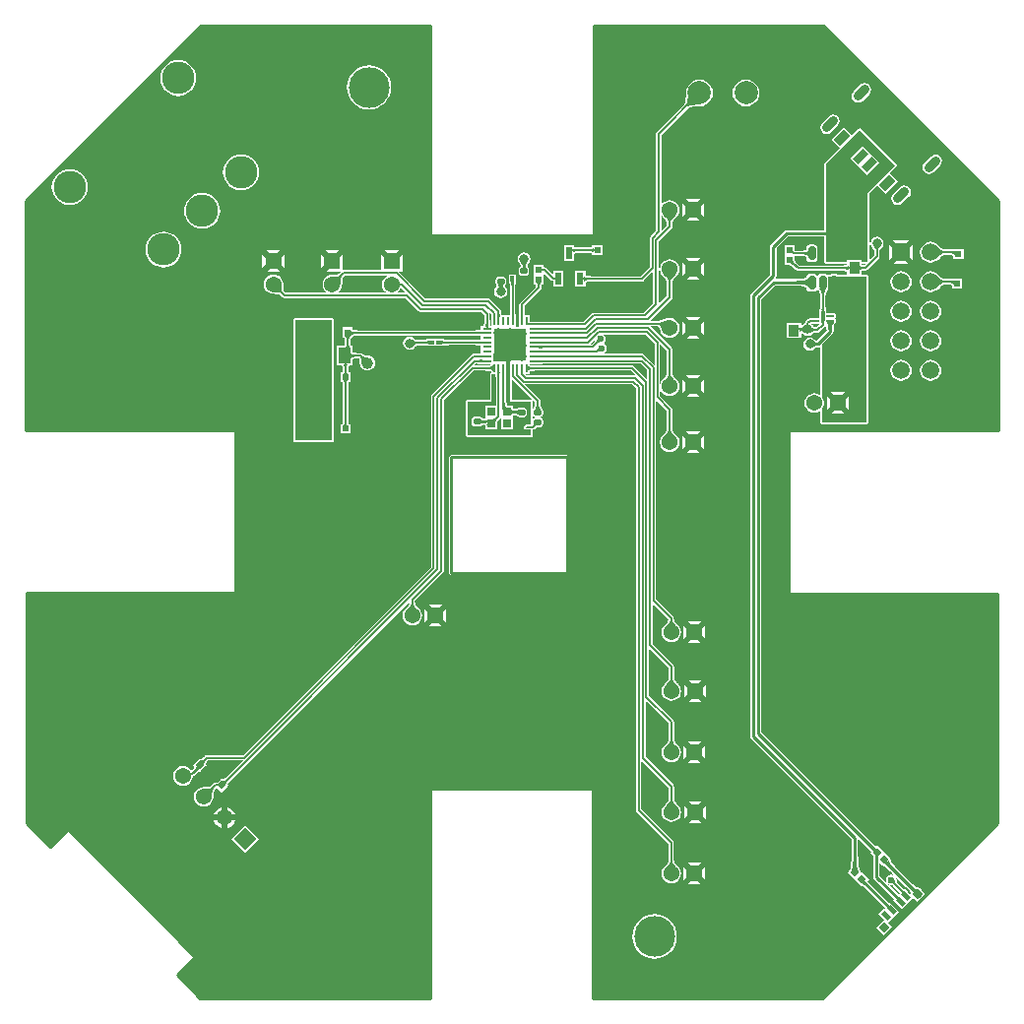
<source format=gtl>
G04*
G04 #@! TF.GenerationSoftware,Altium Limited,Altium Designer,21.8.1 (53)*
G04*
G04 Layer_Physical_Order=1*
G04 Layer_Color=255*
%FSLAX42Y42*%
%MOMM*%
G71*
G04*
G04 #@! TF.SameCoordinates,4C7B3126-2604-42B9-8956-4212446E7276*
G04*
G04*
G04 #@! TF.FilePolarity,Positive*
G04*
G01*
G75*
%ADD14C,0.25*%
%ADD15C,0.15*%
%ADD18R,0.93X1.01*%
%ADD19R,0.60X0.54*%
G04:AMPARAMS|DCode=20|XSize=0.65mm|YSize=0.2mm|CornerRadius=0.03mm|HoleSize=0mm|Usage=FLASHONLY|Rotation=0.000|XOffset=0mm|YOffset=0mm|HoleType=Round|Shape=RoundedRectangle|*
%AMROUNDEDRECTD20*
21,1,0.65,0.15,0,0,0.0*
21,1,0.60,0.20,0,0,0.0*
1,1,0.05,0.30,-0.08*
1,1,0.05,-0.30,-0.08*
1,1,0.05,-0.30,0.08*
1,1,0.05,0.30,0.08*
%
%ADD20ROUNDEDRECTD20*%
G04:AMPARAMS|DCode=21|XSize=1.22mm|YSize=0.6mm|CornerRadius=0.15mm|HoleSize=0mm|Usage=FLASHONLY|Rotation=90.000|XOffset=0mm|YOffset=0mm|HoleType=Round|Shape=RoundedRectangle|*
%AMROUNDEDRECTD21*
21,1,1.22,0.30,0,0,90.0*
21,1,0.92,0.60,0,0,90.0*
1,1,0.30,0.15,0.46*
1,1,0.30,0.15,-0.46*
1,1,0.30,-0.15,-0.46*
1,1,0.30,-0.15,0.46*
%
%ADD21ROUNDEDRECTD21*%
G04:AMPARAMS|DCode=22|XSize=0.7mm|YSize=1.2mm|CornerRadius=0mm|HoleSize=0mm|Usage=FLASHONLY|Rotation=135.000|XOffset=0mm|YOffset=0mm|HoleType=Round|Shape=Rectangle|*
%AMROTATEDRECTD22*
4,1,4,0.67,0.18,-0.18,-0.67,-0.67,-0.18,0.18,0.67,0.67,0.18,0.0*
%
%ADD22ROTATEDRECTD22*%

G04:AMPARAMS|DCode=23|XSize=0.76mm|YSize=1.2mm|CornerRadius=0mm|HoleSize=0mm|Usage=FLASHONLY|Rotation=135.000|XOffset=0mm|YOffset=0mm|HoleType=Round|Shape=Rectangle|*
%AMROTATEDRECTD23*
4,1,4,0.69,0.16,-0.16,-0.69,-0.69,-0.16,0.16,0.69,0.69,0.16,0.0*
%
%ADD23ROTATEDRECTD23*%

G04:AMPARAMS|DCode=24|XSize=0.8mm|YSize=1.2mm|CornerRadius=0mm|HoleSize=0mm|Usage=FLASHONLY|Rotation=135.000|XOffset=0mm|YOffset=0mm|HoleType=Round|Shape=Rectangle|*
%AMROTATEDRECTD24*
4,1,4,0.71,0.14,-0.14,-0.71,-0.71,-0.14,0.14,0.71,0.71,0.14,0.0*
%
%ADD24ROTATEDRECTD24*%

%ADD25R,1.08X1.42*%
%ADD26R,0.50X0.30*%
%ADD27R,0.54X0.60*%
%ADD28R,0.60X1.05*%
%ADD29R,0.60X0.59*%
%ADD30R,0.75X0.70*%
G04:AMPARAMS|DCode=31|XSize=0.6mm|YSize=0.54mm|CornerRadius=0.14mm|HoleSize=0mm|Usage=FLASHONLY|Rotation=180.000|XOffset=0mm|YOffset=0mm|HoleType=Round|Shape=RoundedRectangle|*
%AMROUNDEDRECTD31*
21,1,0.60,0.25,0,0,180.0*
21,1,0.31,0.54,0,0,180.0*
1,1,0.29,-0.16,0.13*
1,1,0.29,0.16,0.13*
1,1,0.29,0.16,-0.13*
1,1,0.29,-0.16,-0.13*
%
%ADD31ROUNDEDRECTD31*%
%ADD32R,2.80X2.80*%
%ADD33R,0.20X0.80*%
%ADD34R,0.80X0.20*%
G04:AMPARAMS|DCode=35|XSize=0.66mm|YSize=0.63mm|CornerRadius=0mm|HoleSize=0mm|Usage=FLASHONLY|Rotation=45.000|XOffset=0mm|YOffset=0mm|HoleType=Round|Shape=Rectangle|*
%AMROTATEDRECTD35*
4,1,4,-0.01,-0.46,-0.46,-0.01,0.01,0.46,0.46,0.01,-0.01,-0.46,0.0*
%
%ADD35ROTATEDRECTD35*%

G04:AMPARAMS|DCode=36|XSize=0.4mm|YSize=0.8mm|CornerRadius=0mm|HoleSize=0mm|Usage=FLASHONLY|Rotation=45.000|XOffset=0mm|YOffset=0mm|HoleType=Round|Shape=Rectangle|*
%AMROTATEDRECTD36*
4,1,4,0.14,-0.42,-0.42,0.14,-0.14,0.42,0.42,-0.14,0.14,-0.42,0.0*
%
%ADD36ROTATEDRECTD36*%

G04:AMPARAMS|DCode=37|XSize=0.54mm|YSize=0.6mm|CornerRadius=0mm|HoleSize=0mm|Usage=FLASHONLY|Rotation=315.000|XOffset=0mm|YOffset=0mm|HoleType=Round|Shape=Rectangle|*
%AMROTATEDRECTD37*
4,1,4,-0.40,-0.02,0.02,0.40,0.40,0.02,-0.02,-0.40,-0.40,-0.02,0.0*
%
%ADD37ROTATEDRECTD37*%

%ADD38R,0.30X0.50*%
G04:AMPARAMS|DCode=71|XSize=1.6mm|YSize=0.8mm|CornerRadius=0mm|HoleSize=0mm|Usage=FLASHONLY|Rotation=225.000|XOffset=0mm|YOffset=0mm|HoleType=Round|Shape=Round|*
%AMOVALD71*
21,1,0.80,0.80,0.00,0.00,225.0*
1,1,0.80,0.28,0.28*
1,1,0.80,-0.28,-0.28*
%
%ADD71OVALD71*%

%ADD73R,0.50X0.50*%
%ADD74R,0.30X0.94*%
%ADD75C,3.50*%
%ADD76C,2.78*%
%ADD77R,1.37X1.37*%
%ADD78C,1.37*%
%ADD79C,1.37*%
%ADD80P,1.94X4X360.0*%
%ADD81R,1.37X1.37*%
%ADD82R,1.50X1.50*%
%ADD83C,1.50*%
%ADD84C,2.00*%
%ADD85C,1.00*%
%ADD86C,0.80*%
%ADD87C,0.60*%
%ADD88C,1.27*%
G36*
X6957Y8487D02*
X8463Y6982D01*
Y5007D01*
X6657D01*
Y3607D01*
X8457D01*
Y1632D01*
X6952Y126D01*
X4977D01*
X4977Y1926D01*
X3577D01*
Y126D01*
X1598D01*
X1401Y324D01*
X1556Y480D01*
X460Y1576D01*
X312Y1427D01*
X106Y1633D01*
Y3608D01*
X1906D01*
Y5008D01*
X101D01*
Y6983D01*
X1607Y8488D01*
X3582D01*
Y6686D01*
X4982D01*
Y8488D01*
X6957D01*
X6957Y8487D01*
D02*
G37*
%LPC*%
G36*
X1411Y8192D02*
X1381Y8189D01*
X1352Y8180D01*
X1325Y8165D01*
X1302Y8146D01*
X1283Y8123D01*
X1268Y8096D01*
X1260Y8067D01*
X1257Y8037D01*
X1260Y8007D01*
X1268Y7978D01*
X1283Y7951D01*
X1302Y7928D01*
X1325Y7909D01*
X1352Y7894D01*
X1381Y7885D01*
X1411Y7883D01*
X1441Y7885D01*
X1470Y7894D01*
X1497Y7909D01*
X1520Y7928D01*
X1540Y7951D01*
X1554Y7978D01*
X1563Y8007D01*
X1566Y8037D01*
X1563Y8067D01*
X1554Y8096D01*
X1540Y8123D01*
X1520Y8146D01*
X1497Y8165D01*
X1470Y8180D01*
X1441Y8189D01*
X1411Y8192D01*
D02*
G37*
G36*
X7313Y7994D02*
X7291Y7989D01*
X7273Y7977D01*
X7217Y7921D01*
X7204Y7902D01*
X7200Y7881D01*
X7204Y7859D01*
X7217Y7841D01*
X7235Y7829D01*
X7256Y7825D01*
X7278Y7829D01*
X7296Y7841D01*
X7353Y7898D01*
X7365Y7916D01*
X7369Y7937D01*
X7365Y7959D01*
X7353Y7977D01*
X7334Y7989D01*
X7313Y7994D01*
D02*
G37*
G36*
X6293Y8026D02*
X6263Y8022D01*
X6235Y8010D01*
X6211Y7992D01*
X6193Y7968D01*
X6181Y7940D01*
X6177Y7910D01*
X6181Y7880D01*
X6193Y7852D01*
X6211Y7828D01*
X6235Y7809D01*
X6263Y7798D01*
X6293Y7794D01*
X6323Y7798D01*
X6351Y7809D01*
X6375Y7828D01*
X6394Y7852D01*
X6406Y7880D01*
X6409Y7910D01*
X6406Y7940D01*
X6394Y7968D01*
X6375Y7992D01*
X6351Y8010D01*
X6323Y8022D01*
X6293Y8026D01*
D02*
G37*
G36*
X5893D02*
X5863Y8022D01*
X5835Y8010D01*
X5811Y7992D01*
X5793Y7968D01*
X5781Y7940D01*
X5777Y7910D01*
X5777Y7909D01*
X5777Y7909D01*
X5777Y7877D01*
X5775Y7851D01*
X5773Y7841D01*
X5772Y7832D01*
X5769Y7825D01*
X5767Y7819D01*
X5765Y7815D01*
X5763Y7812D01*
X5762Y7811D01*
X5526Y7575D01*
X5521Y7567D01*
X5519Y7558D01*
Y6725D01*
X5473Y6679D01*
X5468Y6671D01*
X5466Y6662D01*
Y6413D01*
X5388Y6334D01*
X4961D01*
X4959Y6335D01*
X4948Y6335D01*
X4939Y6336D01*
X4931Y6337D01*
X4924Y6338D01*
X4919Y6340D01*
X4916Y6341D01*
X4915Y6342D01*
X4915Y6344D01*
X4914Y6345D01*
Y6379D01*
X4824D01*
Y6244D01*
X4914D01*
Y6278D01*
X4915Y6279D01*
X4915Y6281D01*
X4916Y6282D01*
X4919Y6283D01*
X4924Y6285D01*
X4930Y6286D01*
X4948Y6288D01*
X4959Y6288D01*
X4961Y6289D01*
X5397D01*
X5406Y6290D01*
X5413Y6295D01*
X5496Y6378D01*
Y6100D01*
X5416Y6020D01*
X4986D01*
X4977Y6018D01*
X4970Y6013D01*
X4900Y5944D01*
X4432D01*
X4432Y5944D01*
Y6000D01*
X4392D01*
X4391Y6045D01*
X4390Y6047D01*
Y6079D01*
X4527Y6216D01*
X4532Y6224D01*
X4533Y6228D01*
X4534Y6232D01*
X4535Y6247D01*
X4535Y6252D01*
X4536Y6257D01*
X4537Y6260D01*
X4537Y6260D01*
X4555D01*
Y6344D01*
Y6362D01*
X4619Y6299D01*
X4626Y6294D01*
X4634Y6292D01*
Y6244D01*
X4724D01*
Y6379D01*
X4634D01*
Y6349D01*
X4578Y6405D01*
X4570Y6410D01*
X4565Y6411D01*
X4562Y6413D01*
X4555Y6413D01*
Y6433D01*
X4465D01*
Y6344D01*
Y6260D01*
X4484D01*
X4484Y6260D01*
X4485Y6257D01*
X4486Y6253D01*
X4486Y6241D01*
X4351Y6105D01*
X4346Y6098D01*
X4344Y6089D01*
Y6047D01*
X4343Y6045D01*
X4343Y6000D01*
X4343Y6000D01*
X4342D01*
Y5989D01*
X4342Y5988D01*
X4342Y5987D01*
Y5987D01*
X4341Y5985D01*
X4342Y5983D01*
X4341Y5982D01*
X4342Y5981D01*
Y5900D01*
X4312D01*
Y5982D01*
X4313Y5985D01*
X4313Y5985D01*
X4313Y5985D01*
X4311Y6045D01*
X4310Y6047D01*
Y6225D01*
X4311Y6227D01*
X4311Y6264D01*
X4312Y6271D01*
X4314D01*
Y6283D01*
X4315Y6285D01*
X4314Y6286D01*
X4315Y6287D01*
X4314Y6289D01*
Y6351D01*
X4254D01*
Y6292D01*
X4254Y6292D01*
X4254Y6289D01*
Y6289D01*
X4253Y6287D01*
X4254Y6285D01*
Y6271D01*
X4260D01*
X4261Y6270D01*
X4263Y6238D01*
X4263Y6227D01*
X4264Y6225D01*
Y6047D01*
X4263Y6045D01*
X4263Y6000D01*
X4263Y6000D01*
X4192D01*
X4191Y6036D01*
X4189Y6039D01*
X4188Y6044D01*
X4183Y6051D01*
X4097Y6138D01*
X4089Y6143D01*
X4081Y6144D01*
X3538D01*
X3311Y6371D01*
X3341D01*
Y6522D01*
X3265Y6447D01*
X3247Y6464D01*
X3230Y6447D01*
X3154Y6522D01*
Y6386D01*
X2836D01*
X2829Y6384D01*
Y6521D01*
X2754Y6445D01*
X2678Y6369D01*
X2810D01*
X2799Y6358D01*
X2797Y6358D01*
X2795Y6356D01*
X2793Y6354D01*
X2789Y6353D01*
X2785Y6352D01*
X2779Y6350D01*
X2773Y6349D01*
X2747Y6347D01*
X2736Y6347D01*
X2735Y6347D01*
X2714Y6344D01*
X2694Y6336D01*
X2676Y6322D01*
X2663Y6305D01*
X2655Y6284D01*
X2652Y6263D01*
X2655Y6241D01*
X2663Y6221D01*
X2676Y6203D01*
X2690Y6193D01*
X2335D01*
X2324Y6203D01*
X2324Y6205D01*
X2322Y6207D01*
X2320Y6209D01*
X2319Y6213D01*
X2318Y6217D01*
X2316Y6223D01*
X2315Y6229D01*
X2313Y6255D01*
X2313Y6266D01*
X2313Y6267D01*
X2310Y6288D01*
X2302Y6308D01*
X2288Y6326D01*
X2271Y6339D01*
X2251Y6347D01*
X2229Y6350D01*
X2207Y6347D01*
X2187Y6339D01*
X2169Y6326D01*
X2156Y6308D01*
X2147Y6288D01*
X2145Y6266D01*
X2147Y6244D01*
X2156Y6224D01*
X2169Y6207D01*
X2187Y6193D01*
X2207Y6185D01*
X2228Y6182D01*
X2229Y6182D01*
X2240Y6182D01*
X2249Y6181D01*
X2266Y6180D01*
X2272Y6179D01*
X2278Y6177D01*
X2282Y6176D01*
X2286Y6174D01*
X2288Y6173D01*
X2290Y6171D01*
X2292Y6171D01*
X2309Y6153D01*
X2316Y6148D01*
X2318Y6148D01*
X2325Y6147D01*
X2325Y6147D01*
X3369D01*
X3480Y6035D01*
X3488Y6030D01*
X3489Y6030D01*
X3496Y6028D01*
X3496Y6028D01*
X4018D01*
X4044Y6002D01*
Y5957D01*
X4043Y5955D01*
X4043Y5944D01*
X4042Y5934D01*
X4041Y5926D01*
X4040Y5920D01*
X4039Y5915D01*
X4037Y5912D01*
X4036Y5911D01*
X4035Y5910D01*
X4034Y5910D01*
X4012D01*
Y5870D01*
X3967Y5869D01*
X3965Y5868D01*
X2957D01*
X2956Y5869D01*
X2945Y5869D01*
X2935Y5869D01*
X2927Y5870D01*
X2921Y5872D01*
X2916Y5873D01*
X2913Y5875D01*
X2911Y5876D01*
X2911Y5877D01*
X2911Y5878D01*
Y5894D01*
X2827D01*
Y5824D01*
X2826Y5822D01*
X2826Y5821D01*
X2826Y5820D01*
X2827Y5817D01*
Y5804D01*
X2838D01*
X2839Y5804D01*
X2840Y5803D01*
X2841Y5800D01*
X2842Y5795D01*
X2843Y5788D01*
X2845Y5771D01*
X2845Y5770D01*
X2844Y5760D01*
X2843Y5752D01*
X2842Y5746D01*
X2840Y5741D01*
X2839Y5738D01*
X2838Y5736D01*
X2836Y5736D01*
X2835Y5736D01*
X2773D01*
Y5564D01*
X2816D01*
X2817Y5563D01*
X2819Y5563D01*
X2820Y5561D01*
X2821Y5558D01*
X2823Y5553D01*
X2824Y5547D01*
X2825Y5534D01*
X2825Y5532D01*
X2824Y5524D01*
X2823Y5517D01*
X2822Y5512D01*
X2821Y5509D01*
X2820Y5508D01*
X2809D01*
Y5495D01*
X2808Y5493D01*
X2809Y5491D01*
X2809Y5490D01*
X2809Y5489D01*
Y5447D01*
X2809Y5446D01*
X2809Y5445D01*
X2808Y5443D01*
X2809Y5441D01*
Y5428D01*
X2820D01*
X2821Y5427D01*
X2822Y5424D01*
X2823Y5419D01*
X2824Y5412D01*
X2825Y5394D01*
X2826Y5383D01*
X2826Y5381D01*
Y5109D01*
X2826Y5107D01*
X2825Y5086D01*
X2824Y5078D01*
X2823Y5071D01*
X2822Y5066D01*
X2821Y5063D01*
X2820Y5062D01*
X2809D01*
Y5049D01*
X2808Y5047D01*
X2809Y5045D01*
X2809Y5044D01*
X2809Y5043D01*
Y4982D01*
X2889D01*
Y5043D01*
X2890Y5044D01*
X2890Y5045D01*
X2890Y5047D01*
X2889Y5049D01*
Y5062D01*
X2878D01*
X2878Y5063D01*
X2877Y5066D01*
X2876Y5071D01*
X2875Y5078D01*
X2873Y5096D01*
X2873Y5107D01*
X2872Y5109D01*
Y5381D01*
X2873Y5383D01*
X2874Y5404D01*
X2875Y5412D01*
X2876Y5419D01*
X2877Y5424D01*
X2878Y5427D01*
X2878Y5428D01*
X2889D01*
Y5441D01*
X2890Y5443D01*
X2890Y5445D01*
X2890Y5446D01*
X2889Y5447D01*
Y5489D01*
X2890Y5490D01*
X2890Y5491D01*
X2890Y5493D01*
X2889Y5495D01*
Y5508D01*
X2878D01*
X2878Y5509D01*
X2877Y5512D01*
X2876Y5517D01*
X2875Y5524D01*
X2874Y5536D01*
X2874Y5539D01*
X2875Y5547D01*
X2876Y5553D01*
X2878Y5558D01*
X2879Y5561D01*
X2880Y5563D01*
X2882Y5563D01*
X2883Y5564D01*
X2911D01*
Y5617D01*
X2911Y5617D01*
X2911Y5619D01*
X2913Y5620D01*
X2916Y5621D01*
X2921Y5623D01*
X2927Y5624D01*
X2945Y5626D01*
X2956Y5626D01*
X2957Y5627D01*
X2965D01*
X2966Y5627D01*
X2966Y5625D01*
X2967Y5623D01*
X2968Y5620D01*
X2969Y5617D01*
X2970Y5612D01*
X2971Y5608D01*
X2972Y5595D01*
X2972Y5588D01*
X2973Y5586D01*
X2975Y5571D01*
X2981Y5555D01*
X2991Y5542D01*
X3005Y5531D01*
X3021Y5525D01*
X3038Y5522D01*
X3055Y5525D01*
X3071Y5531D01*
X3084Y5542D01*
X3095Y5555D01*
X3101Y5571D01*
X3103Y5588D01*
X3101Y5605D01*
X3095Y5621D01*
X3084Y5634D01*
X3071Y5645D01*
X3055Y5651D01*
X3040Y5653D01*
X3037Y5654D01*
X3030Y5654D01*
X3018Y5655D01*
X3013Y5656D01*
X3009Y5657D01*
X3006Y5657D01*
X3003Y5658D01*
X3001Y5659D01*
X2999Y5660D01*
X2998Y5662D01*
X2996Y5662D01*
X2992Y5666D01*
X2985Y5671D01*
X2976Y5673D01*
X2957D01*
X2956Y5673D01*
X2944Y5674D01*
X2935Y5674D01*
X2927Y5675D01*
X2921Y5676D01*
X2916Y5678D01*
X2913Y5679D01*
X2911Y5680D01*
X2911Y5682D01*
X2911Y5683D01*
Y5717D01*
X2911Y5718D01*
X2911Y5719D01*
X2911Y5720D01*
X2911Y5723D01*
Y5736D01*
X2899D01*
X2898Y5736D01*
X2898Y5737D01*
X2896Y5740D01*
X2895Y5745D01*
X2894Y5752D01*
X2893Y5768D01*
X2893Y5780D01*
X2894Y5788D01*
X2895Y5795D01*
X2896Y5800D01*
X2898Y5803D01*
X2898Y5804D01*
X2899Y5804D01*
X2911D01*
Y5816D01*
X2912Y5816D01*
X2915Y5817D01*
X2920Y5819D01*
X2927Y5820D01*
X2945Y5821D01*
X2956Y5821D01*
X2957Y5822D01*
X3965D01*
X3967Y5821D01*
X4012Y5821D01*
X4012Y5821D01*
Y5820D01*
Y5790D01*
X3967Y5789D01*
X3965Y5788D01*
X3741D01*
X3740Y5789D01*
X3709Y5789D01*
X3696Y5790D01*
X3695Y5790D01*
Y5795D01*
X3681D01*
X3679Y5796D01*
X3677Y5795D01*
X3565D01*
X3564Y5795D01*
X3562Y5795D01*
D01*
X3560Y5796D01*
X3558Y5795D01*
X3545D01*
Y5788D01*
X3542Y5788D01*
X3511Y5785D01*
X3500Y5785D01*
X3498Y5784D01*
X3466D01*
X3465Y5785D01*
X3463Y5785D01*
X3462Y5786D01*
X3460Y5786D01*
X3458Y5787D01*
X3455Y5788D01*
X3452Y5790D01*
X3449Y5792D01*
X3442Y5797D01*
X3438Y5801D01*
X3435Y5802D01*
X3423Y5810D01*
X3401Y5814D01*
X3380Y5810D01*
X3361Y5798D01*
X3349Y5780D01*
X3345Y5758D01*
X3349Y5737D01*
X3361Y5719D01*
X3380Y5706D01*
X3401Y5702D01*
X3423Y5706D01*
X3441Y5719D01*
X3442Y5721D01*
X3444Y5722D01*
X3447Y5726D01*
X3450Y5729D01*
X3453Y5731D01*
X3455Y5733D01*
X3458Y5735D01*
X3460Y5736D01*
X3461Y5737D01*
X3463Y5737D01*
X3464Y5738D01*
X3466Y5738D01*
X3466Y5738D01*
X3466Y5738D01*
X3468Y5739D01*
X3498D01*
X3500Y5738D01*
X3538Y5737D01*
X3545Y5737D01*
Y5735D01*
X3557D01*
X3558Y5734D01*
X3559Y5734D01*
X3560Y5734D01*
X3562Y5735D01*
X3677D01*
X3679Y5734D01*
X3681Y5735D01*
X3695D01*
Y5739D01*
X3728Y5741D01*
X3739Y5741D01*
X3741Y5742D01*
X3965D01*
X3967Y5741D01*
X4012Y5741D01*
X4012Y5741D01*
Y5740D01*
Y5700D01*
Y5670D01*
X3967Y5669D01*
X3965Y5668D01*
X3951D01*
X3951Y5668D01*
X3944Y5666D01*
X3943Y5666D01*
X3935Y5661D01*
X3935Y5661D01*
X3591Y5316D01*
X3586Y5309D01*
X3584Y5300D01*
Y3830D01*
X1970Y2215D01*
X1657D01*
X1657Y2215D01*
X1650Y2214D01*
X1649Y2214D01*
X1644Y2211D01*
X1641Y2209D01*
X1633Y2202D01*
X1627Y2196D01*
X1621Y2192D01*
X1616Y2188D01*
X1612Y2186D01*
X1609Y2185D01*
X1608Y2185D01*
X1608Y2185D01*
X1607Y2185D01*
X1599Y2193D01*
X1589Y2184D01*
X1587Y2183D01*
X1587Y2182D01*
X1586Y2181D01*
X1585Y2180D01*
X1535Y2130D01*
X1547Y2117D01*
X1547Y2116D01*
X1548Y2115D01*
X1548Y2113D01*
X1547Y2110D01*
X1544Y2106D01*
X1541Y2100D01*
X1530Y2087D01*
X1523Y2080D01*
X1522Y2081D01*
X1510Y2097D01*
X1493Y2110D01*
X1472Y2119D01*
X1451Y2121D01*
X1429Y2119D01*
X1408Y2110D01*
X1391Y2097D01*
X1378Y2079D01*
X1369Y2059D01*
X1366Y2037D01*
X1369Y2015D01*
X1378Y1995D01*
X1391Y1978D01*
X1408Y1964D01*
X1429Y1956D01*
X1451Y1953D01*
X1472Y1956D01*
X1493Y1964D01*
X1510Y1978D01*
X1523Y1995D01*
X1532Y2015D01*
X1534Y2032D01*
X1536Y2033D01*
X1540Y2034D01*
X1548Y2039D01*
X1554Y2045D01*
X1556Y2045D01*
X1571Y2060D01*
X1583Y2070D01*
X1587Y2074D01*
X1590Y2075D01*
X1594Y2070D01*
X1604Y2079D01*
X1606Y2080D01*
X1607Y2082D01*
X1609Y2084D01*
X1609Y2084D01*
X1645Y2120D01*
X1646Y2121D01*
X1647Y2122D01*
X1648Y2122D01*
X1649Y2125D01*
X1658Y2134D01*
X1650Y2142D01*
X1649Y2143D01*
X1649Y2143D01*
X1650Y2144D01*
X1651Y2147D01*
X1653Y2151D01*
X1656Y2156D01*
X1667Y2169D01*
X1668Y2170D01*
X1967D01*
X1835Y2038D01*
X1833Y2037D01*
X1825Y2029D01*
X1818Y2023D01*
X1812Y2018D01*
X1806Y2015D01*
X1802Y2012D01*
X1799Y2011D01*
X1797Y2011D01*
X1796Y2012D01*
X1794Y2012D01*
X1786Y2020D01*
X1777Y2011D01*
X1775Y2010D01*
X1774Y2009D01*
X1773Y2008D01*
X1773Y2007D01*
X1748Y1982D01*
X1737D01*
X1737Y1982D01*
X1729Y1980D01*
X1728Y1980D01*
X1720Y1975D01*
X1720Y1975D01*
X1696Y1951D01*
X1694Y1950D01*
X1692Y1948D01*
X1690Y1947D01*
X1687Y1946D01*
X1682Y1944D01*
X1677Y1943D01*
X1671Y1942D01*
X1663Y1942D01*
X1645Y1942D01*
X1635Y1942D01*
X1633Y1941D01*
X1630Y1942D01*
X1608Y1939D01*
X1588Y1931D01*
X1571Y1917D01*
X1557Y1900D01*
X1549Y1879D01*
X1546Y1858D01*
X1549Y1836D01*
X1557Y1815D01*
X1571Y1798D01*
X1588Y1785D01*
X1608Y1776D01*
X1630Y1773D01*
X1652Y1776D01*
X1672Y1785D01*
X1690Y1798D01*
X1703Y1815D01*
X1711Y1836D01*
X1713Y1851D01*
X1715Y1854D01*
X1716Y1874D01*
X1718Y1891D01*
X1720Y1898D01*
X1721Y1904D01*
X1723Y1908D01*
X1724Y1912D01*
X1726Y1914D01*
X1727Y1916D01*
X1728Y1918D01*
X1745Y1934D01*
X1782Y1897D01*
X1832Y1947D01*
X1833Y1947D01*
X1834Y1949D01*
X1835Y1949D01*
X1836Y1952D01*
X1845Y1961D01*
X1838Y1968D01*
X1838Y1969D01*
X1840Y1972D01*
X1843Y1976D01*
X1859Y1995D01*
X1867Y2003D01*
X1867Y2005D01*
X3401Y3539D01*
Y3528D01*
X3400Y3527D01*
X3400Y3524D01*
X3399Y3521D01*
X3398Y3518D01*
X3396Y3514D01*
X3393Y3509D01*
X3389Y3504D01*
X3372Y3484D01*
X3365Y3477D01*
X3364Y3475D01*
X3351Y3458D01*
X3343Y3438D01*
X3340Y3416D01*
X3343Y3395D01*
X3351Y3374D01*
X3364Y3357D01*
X3382Y3343D01*
X3402Y3335D01*
X3424Y3332D01*
X3446Y3335D01*
X3466Y3343D01*
X3483Y3357D01*
X3497Y3374D01*
X3505Y3395D01*
X3508Y3416D01*
X3505Y3438D01*
X3497Y3458D01*
X3484Y3475D01*
X3483Y3477D01*
X3476Y3484D01*
X3469Y3491D01*
X3459Y3504D01*
X3455Y3509D01*
X3452Y3514D01*
X3450Y3518D01*
X3448Y3521D01*
X3448Y3524D01*
X3448Y3527D01*
X3447Y3528D01*
Y3541D01*
X3692Y3786D01*
X3692Y3786D01*
X3697Y3794D01*
X3698Y3802D01*
Y5269D01*
X3952Y5522D01*
X4055D01*
X4057Y5521D01*
X4068Y5521D01*
X4077Y5520D01*
X4085Y5519D01*
X4092Y5518D01*
X4097Y5516D01*
X4100Y5515D01*
X4101Y5514D01*
X4101Y5513D01*
X4102Y5512D01*
Y5504D01*
X4095Y5501D01*
X4091Y5490D01*
Y5274D01*
X3901D01*
X3890Y5269D01*
X3885Y5258D01*
Y4966D01*
X3890Y4954D01*
X3901Y4949D01*
X4445D01*
X4456Y4954D01*
X4461Y4966D01*
Y5014D01*
X4461Y5015D01*
X4468Y5016D01*
X4472Y5019D01*
X4475Y5020D01*
X4484Y5028D01*
X4490Y5034D01*
X4492Y5035D01*
X4493Y5036D01*
X4519D01*
X4530Y5038D01*
X4540Y5045D01*
X4546Y5054D01*
X4549Y5066D01*
Y5091D01*
X4546Y5102D01*
X4540Y5112D01*
X4530Y5119D01*
X4519Y5121D01*
X4487D01*
X4476Y5119D01*
X4466Y5112D01*
X4461Y5105D01*
Y5138D01*
X4466Y5131D01*
X4476Y5124D01*
X4487Y5122D01*
X4519D01*
X4530Y5124D01*
X4540Y5131D01*
X4546Y5140D01*
X4549Y5152D01*
Y5177D01*
X4548Y5181D01*
X4548Y5183D01*
X4547Y5185D01*
X4546Y5188D01*
X4546Y5189D01*
X4546Y5191D01*
X4542Y5197D01*
X4539Y5203D01*
X4536Y5209D01*
X4533Y5215D01*
X4531Y5221D01*
X4530Y5227D01*
X4528Y5233D01*
X4528Y5239D01*
X4527Y5245D01*
X4527Y5252D01*
X4526Y5254D01*
Y5260D01*
X4524Y5269D01*
X4519Y5276D01*
X4390Y5405D01*
X5314D01*
X5347Y5373D01*
Y1741D01*
X5348Y1733D01*
X5353Y1725D01*
X5628Y1450D01*
Y1311D01*
X5628Y1309D01*
X5627Y1306D01*
X5627Y1304D01*
X5625Y1301D01*
X5623Y1296D01*
X5620Y1292D01*
X5616Y1286D01*
X5599Y1267D01*
X5592Y1259D01*
X5591Y1258D01*
X5578Y1241D01*
X5570Y1221D01*
X5567Y1199D01*
X5570Y1177D01*
X5578Y1157D01*
X5592Y1139D01*
X5609Y1126D01*
X5629Y1118D01*
X5651Y1115D01*
X5673Y1118D01*
X5693Y1126D01*
X5711Y1139D01*
X5724Y1157D01*
X5732Y1177D01*
X5735Y1199D01*
X5732Y1221D01*
X5724Y1241D01*
X5711Y1258D01*
X5711Y1259D01*
X5703Y1267D01*
X5697Y1274D01*
X5686Y1286D01*
X5682Y1292D01*
X5679Y1296D01*
X5677Y1301D01*
X5676Y1304D01*
X5675Y1306D01*
X5675Y1309D01*
X5674Y1311D01*
Y1460D01*
X5672Y1469D01*
X5667Y1476D01*
X5393Y1751D01*
Y2175D01*
X5629Y1938D01*
Y1839D01*
X5628Y1838D01*
X5628Y1835D01*
X5628Y1832D01*
X5626Y1829D01*
X5624Y1825D01*
X5621Y1820D01*
X5617Y1815D01*
X5600Y1795D01*
X5593Y1787D01*
X5592Y1786D01*
X5579Y1769D01*
X5571Y1749D01*
X5568Y1727D01*
X5571Y1705D01*
X5579Y1685D01*
X5593Y1668D01*
X5610Y1654D01*
X5630Y1646D01*
X5652Y1643D01*
X5674Y1646D01*
X5694Y1654D01*
X5712Y1668D01*
X5725Y1685D01*
X5733Y1705D01*
X5736Y1727D01*
X5733Y1749D01*
X5725Y1769D01*
X5712Y1786D01*
X5712Y1787D01*
X5704Y1795D01*
X5698Y1802D01*
X5687Y1815D01*
X5683Y1820D01*
X5680Y1825D01*
X5678Y1829D01*
X5677Y1832D01*
X5676Y1835D01*
X5676Y1838D01*
X5675Y1839D01*
Y1948D01*
X5675Y1948D01*
X5674Y1955D01*
X5673Y1956D01*
X5668Y1964D01*
X5430Y2203D01*
Y2690D01*
X5629Y2490D01*
Y2352D01*
X5628Y2351D01*
X5628Y2348D01*
X5628Y2345D01*
X5626Y2342D01*
X5624Y2338D01*
X5621Y2333D01*
X5617Y2328D01*
X5600Y2309D01*
X5593Y2301D01*
X5592Y2300D01*
X5592Y2300D01*
X5578Y2282D01*
X5570Y2262D01*
X5567Y2240D01*
X5570Y2219D01*
X5578Y2198D01*
X5592Y2181D01*
X5609Y2167D01*
X5629Y2159D01*
X5651Y2156D01*
X5673Y2159D01*
X5693Y2167D01*
X5711Y2181D01*
X5724Y2198D01*
X5732Y2219D01*
X5735Y2240D01*
X5732Y2262D01*
X5724Y2282D01*
X5712Y2298D01*
X5711Y2300D01*
X5704Y2307D01*
X5698Y2314D01*
X5687Y2327D01*
X5683Y2333D01*
X5680Y2338D01*
X5678Y2342D01*
X5677Y2345D01*
X5676Y2348D01*
X5676Y2351D01*
X5675Y2352D01*
Y2499D01*
X5675Y2499D01*
X5674Y2507D01*
X5673Y2508D01*
X5668Y2516D01*
X5460Y2724D01*
Y3142D01*
X5629Y2972D01*
Y2881D01*
X5628Y2879D01*
X5628Y2876D01*
X5628Y2874D01*
X5626Y2870D01*
X5624Y2866D01*
X5621Y2861D01*
X5617Y2856D01*
X5600Y2836D01*
X5593Y2829D01*
X5592Y2827D01*
X5579Y2811D01*
X5571Y2790D01*
X5568Y2769D01*
X5571Y2747D01*
X5579Y2727D01*
X5593Y2709D01*
X5610Y2696D01*
X5630Y2687D01*
X5652Y2684D01*
X5674Y2687D01*
X5694Y2696D01*
X5712Y2709D01*
X5725Y2727D01*
X5733Y2747D01*
X5736Y2769D01*
X5733Y2790D01*
X5725Y2811D01*
X5712Y2827D01*
X5712Y2829D01*
X5704Y2836D01*
X5698Y2843D01*
X5687Y2856D01*
X5683Y2861D01*
X5680Y2866D01*
X5678Y2870D01*
X5677Y2874D01*
X5676Y2876D01*
X5676Y2879D01*
X5675Y2881D01*
Y2981D01*
X5675Y2981D01*
X5674Y2989D01*
X5673Y2990D01*
X5668Y2998D01*
X5668Y2998D01*
X5490Y3176D01*
Y3523D01*
X5628Y3385D01*
X5628Y3385D01*
X5627Y3382D01*
X5627Y3379D01*
X5625Y3376D01*
X5623Y3372D01*
X5620Y3367D01*
X5616Y3362D01*
X5599Y3342D01*
X5592Y3334D01*
X5591Y3333D01*
X5578Y3316D01*
X5570Y3296D01*
X5567Y3274D01*
X5570Y3252D01*
X5578Y3232D01*
X5592Y3215D01*
X5609Y3201D01*
X5629Y3193D01*
X5651Y3190D01*
X5673Y3193D01*
X5693Y3201D01*
X5711Y3215D01*
X5724Y3232D01*
X5732Y3252D01*
X5735Y3274D01*
X5732Y3296D01*
X5724Y3316D01*
X5711Y3333D01*
X5711Y3334D01*
X5703Y3342D01*
X5697Y3349D01*
X5686Y3361D01*
X5682Y3367D01*
X5679Y3372D01*
X5677Y3376D01*
X5676Y3379D01*
X5675Y3382D01*
X5675Y3385D01*
X5674Y3386D01*
Y3394D01*
X5672Y3403D01*
X5667Y3410D01*
X5667Y3410D01*
X5520Y3558D01*
Y5274D01*
X5614Y5179D01*
Y5019D01*
X5613Y5018D01*
X5613Y5015D01*
X5612Y5012D01*
X5611Y5009D01*
X5609Y5005D01*
X5606Y5000D01*
X5602Y4995D01*
X5585Y4975D01*
X5578Y4968D01*
X5577Y4966D01*
X5564Y4949D01*
X5556Y4929D01*
X5553Y4907D01*
X5556Y4886D01*
X5564Y4865D01*
X5577Y4848D01*
X5595Y4834D01*
X5615Y4826D01*
X5637Y4823D01*
X5659Y4826D01*
X5679Y4834D01*
X5696Y4848D01*
X5710Y4865D01*
X5718Y4886D01*
X5721Y4907D01*
X5718Y4929D01*
X5710Y4949D01*
X5697Y4966D01*
X5696Y4968D01*
X5689Y4975D01*
X5682Y4982D01*
X5672Y4995D01*
X5668Y5000D01*
X5665Y5005D01*
X5663Y5009D01*
X5662Y5012D01*
X5661Y5015D01*
X5661Y5018D01*
X5660Y5019D01*
Y5189D01*
X5660Y5189D01*
X5658Y5197D01*
X5653Y5205D01*
X5555Y5303D01*
Y5370D01*
X5556Y5366D01*
X5564Y5345D01*
X5577Y5328D01*
X5595Y5314D01*
X5615Y5306D01*
X5637Y5303D01*
X5659Y5306D01*
X5679Y5314D01*
X5696Y5328D01*
X5710Y5345D01*
X5718Y5366D01*
X5721Y5387D01*
X5718Y5409D01*
X5710Y5429D01*
X5697Y5446D01*
X5696Y5448D01*
X5689Y5455D01*
X5682Y5462D01*
X5672Y5475D01*
X5668Y5480D01*
X5665Y5485D01*
X5663Y5489D01*
X5662Y5492D01*
X5661Y5495D01*
X5661Y5498D01*
X5660Y5499D01*
Y5707D01*
X5658Y5715D01*
X5653Y5723D01*
X5473Y5903D01*
X5531D01*
X5532Y5902D01*
X5536Y5902D01*
X5538Y5901D01*
X5540Y5900D01*
X5542Y5899D01*
X5544Y5897D01*
X5546Y5894D01*
X5548Y5890D01*
X5550Y5885D01*
X5553Y5878D01*
X5555Y5871D01*
X5555Y5871D01*
X5555Y5870D01*
X5556Y5869D01*
X5556Y5868D01*
X5564Y5848D01*
X5577Y5831D01*
X5595Y5817D01*
X5615Y5809D01*
X5637Y5806D01*
X5659Y5809D01*
X5679Y5817D01*
X5696Y5831D01*
X5710Y5848D01*
X5718Y5868D01*
X5721Y5890D01*
X5718Y5912D01*
X5710Y5932D01*
X5696Y5950D01*
X5679Y5963D01*
X5659Y5972D01*
X5637Y5974D01*
X5615Y5972D01*
X5614Y5971D01*
X5612Y5971D01*
X5612Y5971D01*
X5612Y5971D01*
X5542Y5950D01*
X5540Y5949D01*
X5540Y5949D01*
X5539Y5949D01*
X5539Y5949D01*
X5538Y5949D01*
X5463D01*
X5653Y6139D01*
X5658Y6146D01*
X5660Y6155D01*
Y6284D01*
X5661Y6285D01*
X5661Y6288D01*
X5661Y6291D01*
X5663Y6294D01*
X5665Y6298D01*
X5668Y6303D01*
X5672Y6308D01*
X5689Y6328D01*
X5696Y6335D01*
X5697Y6337D01*
X5710Y6354D01*
X5718Y6374D01*
X5721Y6396D01*
X5718Y6417D01*
X5710Y6438D01*
X5696Y6455D01*
X5679Y6469D01*
X5659Y6477D01*
X5637Y6480D01*
X5615Y6477D01*
X5595Y6469D01*
X5577Y6455D01*
X5564Y6438D01*
X5556Y6417D01*
X5553Y6396D01*
X5556Y6374D01*
X5564Y6354D01*
X5577Y6337D01*
X5578Y6335D01*
X5585Y6328D01*
X5591Y6321D01*
X5602Y6308D01*
X5606Y6303D01*
X5609Y6298D01*
X5611Y6294D01*
X5612Y6291D01*
X5613Y6288D01*
X5613Y6285D01*
X5614Y6284D01*
Y6165D01*
X5542Y6093D01*
Y6638D01*
X5653Y6748D01*
X5653Y6748D01*
X5658Y6756D01*
X5660Y6765D01*
Y6793D01*
X5661Y6794D01*
X5661Y6797D01*
X5661Y6800D01*
X5663Y6803D01*
X5665Y6807D01*
X5668Y6812D01*
X5672Y6817D01*
X5689Y6837D01*
X5696Y6844D01*
X5697Y6846D01*
X5710Y6863D01*
X5718Y6883D01*
X5721Y6905D01*
X5718Y6926D01*
X5710Y6947D01*
X5696Y6964D01*
X5679Y6977D01*
X5659Y6986D01*
X5637Y6989D01*
X5615Y6986D01*
X5595Y6977D01*
X5577Y6964D01*
X5565Y6948D01*
Y7549D01*
X5795Y7778D01*
X5796Y7779D01*
X5799Y7781D01*
X5803Y7783D01*
X5809Y7786D01*
X5816Y7788D01*
X5825Y7789D01*
X5835Y7791D01*
X5876Y7793D01*
X5892Y7793D01*
X5893Y7794D01*
X5893Y7794D01*
X5923Y7798D01*
X5951Y7809D01*
X5975Y7828D01*
X5994Y7852D01*
X6006Y7880D01*
X6009Y7910D01*
X6006Y7940D01*
X5994Y7968D01*
X5975Y7992D01*
X5951Y8010D01*
X5923Y8022D01*
X5893Y8026D01*
D02*
G37*
G36*
X3051Y8149D02*
X3014Y8145D01*
X2978Y8134D01*
X2945Y8116D01*
X2916Y8093D01*
X2892Y8064D01*
X2875Y8031D01*
X2864Y7995D01*
X2860Y7958D01*
X2864Y7920D01*
X2875Y7885D01*
X2892Y7852D01*
X2916Y7823D01*
X2945Y7799D01*
X2978Y7781D01*
X3014Y7770D01*
X3051Y7767D01*
X3088Y7770D01*
X3124Y7781D01*
X3157Y7799D01*
X3186Y7823D01*
X3210Y7852D01*
X3228Y7885D01*
X3238Y7920D01*
X3242Y7958D01*
X3238Y7995D01*
X3228Y8031D01*
X3210Y8064D01*
X3186Y8093D01*
X3157Y8116D01*
X3124Y8134D01*
X3088Y8145D01*
X3051Y8149D01*
D02*
G37*
G36*
X7044Y7725D02*
X7023Y7721D01*
X7005Y7708D01*
X6948Y7652D01*
X6936Y7634D01*
X6932Y7612D01*
X6936Y7591D01*
X6948Y7573D01*
X6966Y7560D01*
X6988Y7556D01*
X7009Y7560D01*
X7027Y7573D01*
X7084Y7629D01*
X7096Y7647D01*
X7100Y7669D01*
X7096Y7690D01*
X7084Y7708D01*
X7066Y7721D01*
X7044Y7725D01*
D02*
G37*
G36*
X7924Y7383D02*
X7902Y7378D01*
X7884Y7366D01*
X7828Y7310D01*
X7815Y7291D01*
X7811Y7270D01*
X7815Y7249D01*
X7828Y7230D01*
X7846Y7218D01*
X7867Y7214D01*
X7889Y7218D01*
X7907Y7230D01*
X7963Y7287D01*
X7976Y7305D01*
X7980Y7327D01*
X7976Y7348D01*
X7963Y7366D01*
X7945Y7378D01*
X7924Y7383D01*
D02*
G37*
G36*
X1950Y7383D02*
X1920Y7380D01*
X1891Y7371D01*
X1864Y7357D01*
X1841Y7338D01*
X1822Y7314D01*
X1808Y7288D01*
X1799Y7259D01*
X1796Y7228D01*
X1799Y7198D01*
X1808Y7169D01*
X1822Y7143D01*
X1841Y7119D01*
X1864Y7100D01*
X1891Y7086D01*
X1920Y7077D01*
X1950Y7074D01*
X1980Y7077D01*
X2009Y7086D01*
X2036Y7100D01*
X2060Y7119D01*
X2079Y7143D01*
X2093Y7169D01*
X2102Y7198D01*
X2105Y7228D01*
X2102Y7259D01*
X2093Y7288D01*
X2079Y7314D01*
X2060Y7338D01*
X2036Y7357D01*
X2009Y7371D01*
X1980Y7380D01*
X1950Y7383D01*
D02*
G37*
G36*
X7135Y7616D02*
X7029Y7510D01*
X7099Y7440D01*
X6974Y7314D01*
X6969Y7303D01*
Y6731D01*
X6645D01*
X6634Y6729D01*
X6630Y6727D01*
X6625Y6723D01*
X6625Y6723D01*
X6508Y6606D01*
X6502Y6597D01*
X6500Y6586D01*
X6500Y6586D01*
Y6350D01*
X6338Y6188D01*
X6332Y6179D01*
X6329Y6168D01*
X6329Y6168D01*
Y2377D01*
X6329Y2377D01*
X6332Y2367D01*
X6338Y2357D01*
X7201Y1494D01*
Y1337D01*
X7200Y1336D01*
X7200Y1317D01*
X7198Y1283D01*
X7196Y1269D01*
X7194Y1256D01*
X7191Y1245D01*
X7188Y1236D01*
X7184Y1228D01*
X7181Y1222D01*
X7177Y1217D01*
X7176Y1215D01*
X7167Y1207D01*
X7177Y1197D01*
X7178Y1195D01*
X7178Y1195D01*
X7179Y1194D01*
X7180Y1194D01*
X7227Y1147D01*
X7277Y1198D01*
X7279Y1199D01*
X7280Y1200D01*
X7281Y1200D01*
X7282Y1202D01*
X7290Y1211D01*
X7282Y1220D01*
X7281Y1221D01*
X7277Y1227D01*
X7273Y1232D01*
X7270Y1240D01*
X7267Y1249D01*
X7264Y1260D01*
X7262Y1273D01*
X7258Y1321D01*
X7258Y1340D01*
X7257Y1341D01*
X7258Y1343D01*
X7257Y1343D01*
Y1504D01*
X7372Y1389D01*
X7360Y1377D01*
X7386Y1351D01*
X7386Y1351D01*
X7386Y1351D01*
Y1169D01*
X7386Y1169D01*
X7388Y1159D01*
X7394Y1149D01*
X7565Y979D01*
X7558Y971D01*
X7636Y894D01*
X7684Y942D01*
X7684Y942D01*
X7732Y990D01*
X7767Y954D01*
X7794Y981D01*
X7797Y982D01*
X7806Y988D01*
X7812Y997D01*
X7813Y1000D01*
X7835Y1022D01*
X7803Y1054D01*
X7802Y1057D01*
X7801Y1061D01*
X7800Y1063D01*
X7799Y1065D01*
X7795Y1066D01*
X7792Y1069D01*
X7789Y1069D01*
X7788Y1069D01*
X7769Y1088D01*
X7761Y1079D01*
X7760Y1080D01*
X7726Y1109D01*
X7713Y1123D01*
X7711Y1123D01*
X7591Y1243D01*
X7591Y1245D01*
X7577Y1258D01*
X7556Y1282D01*
X7549Y1291D01*
X7543Y1300D01*
X7539Y1306D01*
X7537Y1311D01*
X7537Y1312D01*
X7537Y1313D01*
X7544Y1320D01*
X7535Y1330D01*
X7534Y1332D01*
X7532Y1333D01*
X7531Y1334D01*
X7530Y1334D01*
X7485Y1380D01*
X7443Y1337D01*
Y1340D01*
X7443Y1341D01*
X7483Y1381D01*
X7424Y1441D01*
X7412Y1429D01*
X6427Y2415D01*
Y6138D01*
X6542Y6253D01*
X6726D01*
X6728Y6252D01*
X6747Y6252D01*
X6763Y6251D01*
X6778Y6249D01*
X6790Y6247D01*
X6799Y6244D01*
X6806Y6241D01*
X6811Y6238D01*
X6813Y6235D01*
X6814Y6233D01*
X6815Y6228D01*
X6816Y6227D01*
X6816Y6224D01*
X6823Y6214D01*
X6833Y6207D01*
X6845Y6205D01*
X6875D01*
X6886Y6207D01*
X6896Y6214D01*
X6903Y6224D01*
X6905Y6235D01*
Y6327D01*
X6903Y6339D01*
X6896Y6349D01*
X6886Y6356D01*
X6875Y6358D01*
X6845D01*
X6833Y6356D01*
X6823Y6349D01*
X6816Y6339D01*
X6816Y6336D01*
X6815Y6334D01*
X6814Y6330D01*
X6813Y6328D01*
X6811Y6325D01*
X6806Y6322D01*
X6799Y6319D01*
X6790Y6316D01*
X6778Y6314D01*
X6747Y6311D01*
X6728Y6310D01*
X6726Y6310D01*
X6539D01*
X6548Y6318D01*
X6554Y6327D01*
X6556Y6338D01*
Y6575D01*
X6656Y6675D01*
X6969D01*
Y6457D01*
X6974Y6445D01*
X6985Y6440D01*
X7164D01*
Y6437D01*
X7163Y6436D01*
X7163Y6434D01*
X7161Y6433D01*
X7158Y6432D01*
X7153Y6430D01*
X7147Y6429D01*
X7129Y6427D01*
X7119Y6427D01*
X7117Y6426D01*
X6752D01*
X6752Y6426D01*
X6731Y6448D01*
X6724Y6457D01*
X6718Y6465D01*
X6714Y6471D01*
X6713Y6474D01*
Y6488D01*
X6713Y6490D01*
X6713Y6491D01*
X6713Y6493D01*
X6713Y6493D01*
Y6507D01*
X6767D01*
X6769Y6507D01*
X6780Y6506D01*
X6790Y6506D01*
X6798Y6505D01*
X6804Y6504D01*
X6809Y6502D01*
X6812Y6501D01*
X6814Y6500D01*
X6814Y6498D01*
X6814Y6498D01*
Y6484D01*
X6816Y6473D01*
X6823Y6463D01*
X6833Y6456D01*
X6845Y6454D01*
X6875D01*
X6886Y6456D01*
X6896Y6463D01*
X6903Y6473D01*
X6905Y6484D01*
Y6576D01*
X6903Y6588D01*
X6896Y6598D01*
X6886Y6605D01*
X6875Y6607D01*
X6845D01*
X6833Y6605D01*
X6823Y6598D01*
X6816Y6588D01*
X6814Y6576D01*
Y6563D01*
X6814Y6563D01*
X6814Y6561D01*
X6812Y6560D01*
X6809Y6559D01*
X6804Y6557D01*
X6798Y6556D01*
X6780Y6554D01*
X6769Y6554D01*
X6767Y6553D01*
X6713D01*
Y6602D01*
X6623D01*
Y6518D01*
X6680D01*
X6682Y6516D01*
X6623D01*
Y6432D01*
X6651D01*
X6652Y6432D01*
X6653Y6432D01*
X6655Y6431D01*
X6656Y6432D01*
X6671D01*
X6673Y6431D01*
X6680Y6426D01*
X6688Y6421D01*
X6707Y6404D01*
X6718Y6393D01*
X6720Y6392D01*
X6725Y6387D01*
X6732Y6382D01*
X6741Y6380D01*
X7117D01*
X7119Y6380D01*
X7130Y6379D01*
X7139Y6379D01*
X7147Y6378D01*
X7153Y6376D01*
X7158Y6375D01*
X7161Y6374D01*
X7163Y6373D01*
X7163Y6371D01*
X7164Y6370D01*
Y6348D01*
X7087D01*
X7086Y6349D01*
X7076Y6356D01*
X7065Y6358D01*
X7035D01*
X7023Y6356D01*
X7013Y6349D01*
X7013Y6348D01*
X7004D01*
X7003Y6348D01*
X7002Y6348D01*
X6998Y6346D01*
X6994Y6344D01*
X6991Y6349D01*
X6981Y6356D01*
X6970Y6358D01*
X6940D01*
X6928Y6356D01*
X6918Y6349D01*
X6911Y6339D01*
X6909Y6327D01*
Y6235D01*
X6910Y6231D01*
X6909Y6230D01*
X6911Y6227D01*
X6911Y6224D01*
X6912Y6223D01*
X6912Y6221D01*
X6916Y6215D01*
X6919Y6209D01*
X6922Y6203D01*
X6924Y6198D01*
X6926Y6192D01*
X6928Y6186D01*
X6929Y6179D01*
X6930Y6173D01*
X6931Y6167D01*
X6931Y6160D01*
X6932Y6158D01*
Y6101D01*
X6931Y6099D01*
X6930Y6069D01*
X6929Y6056D01*
X6929Y6054D01*
X6925D01*
Y6041D01*
X6924Y6039D01*
X6925Y6037D01*
Y5977D01*
X6922Y5978D01*
X6862D01*
X6855Y5976D01*
X6854Y5975D01*
X6845D01*
X6845Y5975D01*
X6838Y5974D01*
X6837Y5974D01*
X6829Y5969D01*
X6808Y5947D01*
X6803Y5940D01*
X6802Y5935D01*
X6800Y5932D01*
X6800Y5930D01*
X6800Y5929D01*
X6800Y5929D01*
X6797Y5927D01*
X6797Y5927D01*
X6797Y5927D01*
X6783Y5918D01*
X6783Y5917D01*
X6775Y5910D01*
X6772Y5908D01*
X6771Y5907D01*
X6769Y5907D01*
X6768Y5908D01*
X6768Y5910D01*
X6767Y5911D01*
Y5933D01*
X6644D01*
Y5802D01*
X6767D01*
Y5844D01*
X6768Y5845D01*
X6768Y5847D01*
X6769Y5848D01*
X6771Y5848D01*
X6772Y5847D01*
X6779Y5842D01*
X6782Y5838D01*
X6783Y5838D01*
X6801Y5826D01*
X6822Y5821D01*
X6844Y5826D01*
X6852Y5831D01*
X6856Y5832D01*
X6865Y5838D01*
X6872Y5843D01*
X6875Y5845D01*
X6878Y5846D01*
X6880Y5847D01*
X6882Y5847D01*
X6883Y5848D01*
X6885Y5848D01*
X6887Y5848D01*
X6910D01*
X6919Y5850D01*
X6926Y5855D01*
X6969Y5898D01*
X6969Y5898D01*
X6974Y5905D01*
X6975Y5910D01*
X6977Y5913D01*
X6977Y5919D01*
X6979Y5912D01*
X6981Y5904D01*
X6985Y5887D01*
X6986Y5879D01*
X6988Y5866D01*
X6901Y5780D01*
X6900Y5780D01*
X6898Y5780D01*
X6896Y5781D01*
X6894Y5782D01*
X6892Y5783D01*
X6890Y5784D01*
X6887Y5786D01*
X6885Y5788D01*
X6883Y5790D01*
X6882Y5791D01*
X6864Y5802D01*
X6843Y5807D01*
X6821Y5802D01*
X6803Y5790D01*
X6791Y5772D01*
X6787Y5751D01*
X6791Y5729D01*
X6803Y5711D01*
X6821Y5699D01*
X6843Y5694D01*
X6864Y5699D01*
X6882Y5711D01*
X6883Y5711D01*
X6885Y5713D01*
X6887Y5715D01*
X6890Y5717D01*
X6892Y5718D01*
X6894Y5719D01*
X6896Y5720D01*
X6898Y5721D01*
X6900Y5721D01*
X6902Y5722D01*
X6905Y5722D01*
X6907Y5722D01*
X6912D01*
X6912Y5722D01*
X6923Y5724D01*
X6932Y5731D01*
X6934Y5732D01*
Y5308D01*
X6924Y5315D01*
X6903Y5324D01*
X6882Y5327D01*
X6860Y5324D01*
X6839Y5315D01*
X6822Y5302D01*
X6809Y5285D01*
X6800Y5264D01*
X6797Y5243D01*
X6800Y5221D01*
X6809Y5201D01*
X6822Y5183D01*
X6839Y5170D01*
X6860Y5161D01*
X6882Y5158D01*
X6903Y5161D01*
X6924Y5170D01*
X6934Y5177D01*
Y5073D01*
X6938Y5061D01*
X6950Y5056D01*
X7328D01*
X7339Y5061D01*
X7344Y5073D01*
Y6332D01*
X7339Y6344D01*
X7328Y6348D01*
X7287D01*
Y6378D01*
X7289Y6379D01*
X7292Y6380D01*
X7297Y6381D01*
X7312Y6382D01*
X7321Y6382D01*
X7324Y6384D01*
X7329Y6385D01*
X7337Y6390D01*
X7436Y6489D01*
X7436Y6489D01*
X7441Y6496D01*
X7441Y6498D01*
X7442Y6505D01*
X7442Y6505D01*
Y6551D01*
X7443Y6552D01*
X7443Y6554D01*
X7443Y6556D01*
X7444Y6557D01*
X7445Y6559D01*
X7446Y6561D01*
X7448Y6564D01*
X7450Y6567D01*
X7455Y6573D01*
X7459Y6577D01*
X7459Y6577D01*
X7471Y6595D01*
X7475Y6617D01*
X7471Y6638D01*
X7459Y6657D01*
X7441Y6669D01*
X7419Y6673D01*
X7398Y6669D01*
X7380Y6657D01*
X7368Y6638D01*
X7363Y6617D01*
X7368Y6595D01*
X7379Y6578D01*
X7380Y6577D01*
X7387Y6570D01*
X7389Y6567D01*
X7391Y6564D01*
X7393Y6561D01*
X7394Y6559D01*
X7395Y6557D01*
X7395Y6556D01*
X7396Y6554D01*
X7396Y6552D01*
X7396Y6551D01*
Y6514D01*
X7352Y6470D01*
Y7044D01*
X7423Y7116D01*
X7496Y7043D01*
X7602Y7149D01*
X7529Y7222D01*
X7586Y7278D01*
X7591Y7290D01*
X7586Y7301D01*
X7285Y7602D01*
X7273Y7607D01*
X7262Y7602D01*
X7205Y7546D01*
X7135Y7616D01*
D02*
G37*
G36*
X477Y7257D02*
X447Y7254D01*
X418Y7246D01*
X391Y7231D01*
X368Y7212D01*
X349Y7189D01*
X334Y7162D01*
X326Y7133D01*
X323Y7103D01*
X326Y7073D01*
X334Y7044D01*
X349Y7017D01*
X368Y6994D01*
X391Y6974D01*
X418Y6960D01*
X447Y6951D01*
X477Y6948D01*
X507Y6951D01*
X536Y6960D01*
X563Y6974D01*
X586Y6994D01*
X606Y7017D01*
X620Y7044D01*
X629Y7073D01*
X632Y7103D01*
X629Y7133D01*
X620Y7162D01*
X606Y7189D01*
X586Y7212D01*
X563Y7231D01*
X536Y7246D01*
X507Y7254D01*
X477Y7257D01*
D02*
G37*
G36*
X7655Y7114D02*
X7634Y7110D01*
X7615Y7097D01*
X7559Y7041D01*
X7547Y7023D01*
X7542Y7001D01*
X7547Y6980D01*
X7559Y6962D01*
X7577Y6949D01*
X7599Y6945D01*
X7620Y6949D01*
X7638Y6962D01*
X7695Y7018D01*
X7707Y7036D01*
X7711Y7058D01*
X7707Y7079D01*
X7695Y7097D01*
X7677Y7110D01*
X7655Y7114D01*
D02*
G37*
G36*
X5895Y6998D02*
X5779D01*
X5837Y6940D01*
X5895Y6998D01*
D02*
G37*
G36*
X5744Y6963D02*
Y6847D01*
X5802Y6905D01*
X5744Y6963D01*
D02*
G37*
G36*
X5930Y6963D02*
X5872Y6905D01*
X5930Y6847D01*
Y6963D01*
D02*
G37*
G36*
X5837Y6869D02*
X5779Y6811D01*
X5895D01*
X5837Y6869D01*
D02*
G37*
G36*
X1618Y7051D02*
X1588Y7048D01*
X1559Y7039D01*
X1532Y7025D01*
X1509Y7005D01*
X1490Y6982D01*
X1475Y6955D01*
X1466Y6926D01*
X1463Y6896D01*
X1466Y6866D01*
X1475Y6837D01*
X1490Y6810D01*
X1509Y6787D01*
X1532Y6768D01*
X1559Y6753D01*
X1588Y6745D01*
X1618Y6742D01*
X1648Y6745D01*
X1677Y6753D01*
X1704Y6768D01*
X1727Y6787D01*
X1746Y6810D01*
X1761Y6837D01*
X1770Y6866D01*
X1772Y6896D01*
X1770Y6926D01*
X1761Y6955D01*
X1746Y6982D01*
X1727Y7005D01*
X1704Y7025D01*
X1677Y7039D01*
X1648Y7048D01*
X1618Y7051D01*
D02*
G37*
G36*
X4987Y6603D02*
X4985Y6602D01*
X4971D01*
Y6590D01*
X4971Y6589D01*
X4971Y6588D01*
X4969Y6587D01*
X4966Y6585D01*
X4961Y6584D01*
X4955Y6583D01*
X4937Y6581D01*
X4926Y6581D01*
X4925Y6580D01*
X4866D01*
X4864Y6581D01*
X4843Y6582D01*
X4835Y6582D01*
X4829Y6584D01*
X4824Y6585D01*
X4820Y6586D01*
X4819Y6587D01*
X4819Y6587D01*
Y6599D01*
X4806D01*
X4804Y6600D01*
X4802Y6599D01*
X4801Y6600D01*
X4800Y6599D01*
X4729D01*
Y6464D01*
X4819D01*
Y6524D01*
X4820Y6525D01*
X4820Y6526D01*
X4821Y6527D01*
X4824Y6529D01*
X4829Y6530D01*
X4835Y6531D01*
X4853Y6533D01*
X4864Y6533D01*
X4866Y6534D01*
X4925D01*
X4926Y6533D01*
X4938Y6533D01*
X4947Y6533D01*
X4955Y6532D01*
X4961Y6530D01*
X4966Y6529D01*
X4969Y6528D01*
X4971Y6527D01*
X4971Y6526D01*
X4971Y6524D01*
Y6513D01*
X4985D01*
X4987Y6512D01*
X4988Y6512D01*
X4989Y6512D01*
X4990Y6513D01*
X5061D01*
Y6602D01*
X4990D01*
X4989Y6602D01*
X4988Y6602D01*
X4987Y6603D01*
D02*
G37*
G36*
X7691Y6640D02*
X7562D01*
X7627Y6576D01*
X7691Y6640D01*
D02*
G37*
G36*
X2287Y6560D02*
X2171D01*
X2229Y6502D01*
X2287Y6560D01*
D02*
G37*
G36*
X3305Y6558D02*
X3189D01*
X3247Y6500D01*
X3305Y6558D01*
D02*
G37*
G36*
X2794Y6556D02*
X2678D01*
X2736Y6498D01*
X2794Y6556D01*
D02*
G37*
G36*
X7881Y6631D02*
X7857Y6628D01*
X7835Y6619D01*
X7817Y6605D01*
X7802Y6586D01*
X7793Y6564D01*
X7790Y6540D01*
X7793Y6517D01*
X7802Y6495D01*
X7817Y6476D01*
X7835Y6462D01*
X7857Y6453D01*
X7881Y6450D01*
X7904Y6453D01*
X7926Y6462D01*
X7945Y6476D01*
X7946Y6476D01*
X7954Y6485D01*
X7962Y6492D01*
X7976Y6504D01*
X7982Y6508D01*
X7988Y6512D01*
X7992Y6514D01*
X7996Y6516D01*
X7999Y6516D01*
X8002Y6517D01*
X8003Y6517D01*
X8027D01*
X8029Y6517D01*
X8040Y6516D01*
X8049Y6516D01*
X8057Y6515D01*
X8064Y6514D01*
X8069Y6512D01*
X8072Y6511D01*
X8073Y6510D01*
X8073Y6510D01*
X8073Y6508D01*
X8074Y6507D01*
Y6486D01*
X8164D01*
Y6570D01*
X8091D01*
X8089Y6571D01*
X8087Y6570D01*
X8084D01*
X8084Y6570D01*
X8084Y6570D01*
X8074D01*
Y6566D01*
X8040Y6564D01*
X8029Y6564D01*
X8027Y6563D01*
X8003D01*
X8002Y6564D01*
X7999Y6564D01*
X7996Y6565D01*
X7992Y6567D01*
X7988Y6569D01*
X7982Y6573D01*
X7976Y6577D01*
X7954Y6596D01*
X7946Y6604D01*
X7945Y6605D01*
X7926Y6619D01*
X7904Y6628D01*
X7881Y6631D01*
D02*
G37*
G36*
X7727Y6605D02*
X7662Y6540D01*
X7727Y6476D01*
Y6605D01*
D02*
G37*
G36*
X7527Y6605D02*
Y6476D01*
X7591Y6540D01*
X7527Y6605D01*
D02*
G37*
G36*
X7627Y6505D02*
X7562Y6440D01*
X7691D01*
X7627Y6505D01*
D02*
G37*
G36*
X5895Y6489D02*
X5779D01*
X5837Y6431D01*
X5895Y6489D01*
D02*
G37*
G36*
X1286Y6718D02*
X1256Y6715D01*
X1227Y6706D01*
X1200Y6692D01*
X1176Y6673D01*
X1157Y6650D01*
X1143Y6623D01*
X1134Y6594D01*
X1131Y6564D01*
X1134Y6534D01*
X1143Y6505D01*
X1157Y6478D01*
X1176Y6455D01*
X1200Y6435D01*
X1227Y6421D01*
X1256Y6412D01*
X1286Y6409D01*
X1316Y6412D01*
X1345Y6421D01*
X1371Y6435D01*
X1395Y6455D01*
X1414Y6478D01*
X1428Y6505D01*
X1437Y6534D01*
X1440Y6564D01*
X1437Y6594D01*
X1428Y6623D01*
X1414Y6650D01*
X1395Y6673D01*
X1371Y6692D01*
X1345Y6706D01*
X1316Y6715D01*
X1286Y6718D01*
D02*
G37*
G36*
X2135Y6524D02*
Y6408D01*
X2193Y6466D01*
X2135Y6524D01*
D02*
G37*
G36*
X2322Y6524D02*
X2264Y6466D01*
X2322Y6408D01*
Y6524D01*
D02*
G37*
G36*
X2642Y6521D02*
Y6405D01*
X2701Y6463D01*
X2642Y6521D01*
D02*
G37*
G36*
X2229Y6431D02*
X2171Y6373D01*
X2287D01*
X2229Y6431D01*
D02*
G37*
G36*
X5744Y6454D02*
Y6338D01*
X5802Y6396D01*
X5744Y6454D01*
D02*
G37*
G36*
X5930Y6454D02*
X5872Y6396D01*
X5930Y6338D01*
Y6454D01*
D02*
G37*
G36*
X4387Y6538D02*
X4365Y6534D01*
X4347Y6522D01*
X4335Y6504D01*
X4331Y6482D01*
X4335Y6461D01*
X4345Y6446D01*
X4346Y6444D01*
X4349Y6440D01*
X4355Y6433D01*
X4357Y6430D01*
X4358Y6427D01*
X4359Y6427D01*
X4358Y6424D01*
X4357Y6418D01*
X4356Y6418D01*
X4347Y6411D01*
X4344Y6408D01*
X4344Y6408D01*
X4343Y6406D01*
X4342Y6406D01*
X4342Y6404D01*
X4340Y6402D01*
X4339Y6397D01*
X4339Y6396D01*
X4339Y6396D01*
X4338Y6390D01*
Y6365D01*
X4340Y6353D01*
X4347Y6344D01*
X4356Y6337D01*
X4368Y6335D01*
X4399D01*
X4411Y6337D01*
X4420Y6344D01*
X4427Y6353D01*
X4429Y6365D01*
Y6390D01*
X4428Y6394D01*
X4429Y6395D01*
X4427Y6398D01*
X4427Y6402D01*
X4427Y6402D01*
X4426Y6404D01*
X4423Y6410D01*
X4420Y6415D01*
X4417Y6421D01*
X4415Y6426D01*
X4414Y6429D01*
X4415Y6431D01*
X4421Y6437D01*
X4425Y6441D01*
X4425Y6442D01*
X4426Y6442D01*
X4438Y6461D01*
X4443Y6482D01*
X4438Y6504D01*
X4426Y6522D01*
X4408Y6534D01*
X4387Y6538D01*
D02*
G37*
G36*
X5837Y6360D02*
X5779Y6302D01*
X5895D01*
X5837Y6360D01*
D02*
G37*
G36*
X7881Y6377D02*
X7857Y6374D01*
X7835Y6365D01*
X7817Y6351D01*
X7802Y6332D01*
X7793Y6310D01*
X7790Y6286D01*
X7793Y6263D01*
X7802Y6241D01*
X7817Y6222D01*
X7835Y6208D01*
X7857Y6199D01*
X7881Y6196D01*
X7904Y6199D01*
X7926Y6208D01*
X7945Y6222D01*
X7946Y6222D01*
X7954Y6231D01*
X7962Y6238D01*
X7976Y6250D01*
X7982Y6254D01*
X7988Y6258D01*
X7992Y6260D01*
X7996Y6262D01*
X7999Y6262D01*
X8002Y6263D01*
X8003Y6263D01*
X8018D01*
X8019Y6263D01*
X8030Y6262D01*
X8040Y6262D01*
X8048Y6261D01*
X8054Y6260D01*
X8059Y6258D01*
X8062Y6257D01*
X8063Y6256D01*
X8064Y6254D01*
X8064Y6253D01*
Y6232D01*
X8154D01*
Y6316D01*
X8082D01*
X8080Y6317D01*
X8077Y6316D01*
X8075D01*
X8074Y6316D01*
X8074Y6316D01*
X8064D01*
Y6312D01*
X8031Y6310D01*
X8020Y6310D01*
X8018Y6309D01*
X8003D01*
X8002Y6310D01*
X7999Y6310D01*
X7996Y6311D01*
X7992Y6313D01*
X7988Y6315D01*
X7982Y6319D01*
X7976Y6323D01*
X7954Y6342D01*
X7946Y6350D01*
X7945Y6351D01*
X7926Y6365D01*
X7904Y6374D01*
X7881Y6377D01*
D02*
G37*
G36*
X7627D02*
X7603Y6374D01*
X7581Y6365D01*
X7563Y6351D01*
X7548Y6332D01*
X7539Y6310D01*
X7536Y6286D01*
X7539Y6263D01*
X7548Y6241D01*
X7563Y6222D01*
X7581Y6208D01*
X7603Y6199D01*
X7627Y6196D01*
X7650Y6199D01*
X7672Y6208D01*
X7691Y6222D01*
X7705Y6241D01*
X7715Y6263D01*
X7718Y6286D01*
X7715Y6310D01*
X7705Y6332D01*
X7691Y6351D01*
X7672Y6365D01*
X7650Y6374D01*
X7627Y6377D01*
D02*
G37*
G36*
X4201Y6334D02*
X4169D01*
X4158Y6332D01*
X4148Y6325D01*
X4142Y6315D01*
X4140Y6304D01*
Y6279D01*
X4140Y6274D01*
X4140Y6273D01*
X4141Y6270D01*
X4142Y6267D01*
X4142Y6267D01*
X4142Y6265D01*
X4146Y6258D01*
X4150Y6253D01*
X4151Y6249D01*
X4149Y6246D01*
X4146Y6243D01*
X4145Y6242D01*
X4133Y6224D01*
X4129Y6203D01*
X4133Y6181D01*
X4145Y6163D01*
X4164Y6151D01*
X4185Y6147D01*
X4207Y6151D01*
X4225Y6163D01*
X4237Y6181D01*
X4241Y6203D01*
X4237Y6224D01*
X4225Y6242D01*
X4225Y6242D01*
X4219Y6249D01*
X4221Y6253D01*
X4224Y6258D01*
X4228Y6265D01*
X4228Y6267D01*
X4228Y6267D01*
X4229Y6270D01*
X4230Y6273D01*
X4230Y6274D01*
X4231Y6279D01*
Y6304D01*
X4228Y6315D01*
X4222Y6325D01*
X4212Y6332D01*
X4201Y6334D01*
D02*
G37*
G36*
X7881Y6123D02*
X7857Y6120D01*
X7835Y6111D01*
X7817Y6097D01*
X7802Y6078D01*
X7793Y6056D01*
X7790Y6032D01*
X7793Y6009D01*
X7802Y5987D01*
X7817Y5968D01*
X7835Y5954D01*
X7857Y5945D01*
X7881Y5942D01*
X7904Y5945D01*
X7926Y5954D01*
X7945Y5968D01*
X7959Y5987D01*
X7969Y6009D01*
X7972Y6032D01*
X7969Y6056D01*
X7959Y6078D01*
X7945Y6097D01*
X7926Y6111D01*
X7904Y6120D01*
X7881Y6123D01*
D02*
G37*
G36*
X7627D02*
X7603Y6120D01*
X7581Y6111D01*
X7563Y6097D01*
X7548Y6078D01*
X7539Y6056D01*
X7536Y6032D01*
X7539Y6009D01*
X7548Y5987D01*
X7563Y5968D01*
X7581Y5954D01*
X7603Y5945D01*
X7627Y5942D01*
X7650Y5945D01*
X7672Y5954D01*
X7691Y5968D01*
X7705Y5987D01*
X7715Y6009D01*
X7718Y6032D01*
X7715Y6056D01*
X7705Y6078D01*
X7691Y6097D01*
X7672Y6111D01*
X7650Y6120D01*
X7627Y6123D01*
D02*
G37*
G36*
X5895Y5984D02*
X5779D01*
X5837Y5926D01*
X5895Y5984D01*
D02*
G37*
G36*
X5744Y5948D02*
Y5832D01*
X5802Y5890D01*
X5744Y5948D01*
D02*
G37*
G36*
X5930Y5948D02*
X5872Y5890D01*
X5930Y5832D01*
Y5948D01*
D02*
G37*
G36*
X5837Y5855D02*
X5779Y5797D01*
X5895D01*
X5837Y5855D01*
D02*
G37*
G36*
X7881Y5869D02*
X7857Y5866D01*
X7835Y5857D01*
X7817Y5843D01*
X7802Y5824D01*
X7793Y5802D01*
X7790Y5778D01*
X7793Y5755D01*
X7802Y5733D01*
X7817Y5714D01*
X7835Y5700D01*
X7857Y5691D01*
X7881Y5688D01*
X7904Y5691D01*
X7926Y5700D01*
X7945Y5714D01*
X7959Y5733D01*
X7969Y5755D01*
X7972Y5778D01*
X7969Y5802D01*
X7959Y5824D01*
X7945Y5843D01*
X7926Y5857D01*
X7904Y5866D01*
X7881Y5869D01*
D02*
G37*
G36*
X7627D02*
X7603Y5866D01*
X7581Y5857D01*
X7563Y5843D01*
X7548Y5824D01*
X7539Y5802D01*
X7536Y5778D01*
X7539Y5755D01*
X7548Y5733D01*
X7563Y5714D01*
X7581Y5700D01*
X7603Y5691D01*
X7627Y5688D01*
X7650Y5691D01*
X7672Y5700D01*
X7691Y5714D01*
X7705Y5733D01*
X7715Y5755D01*
X7718Y5778D01*
X7715Y5802D01*
X7705Y5824D01*
X7691Y5843D01*
X7672Y5857D01*
X7650Y5866D01*
X7627Y5869D01*
D02*
G37*
G36*
X7881Y5615D02*
X7857Y5612D01*
X7835Y5603D01*
X7817Y5589D01*
X7802Y5570D01*
X7793Y5548D01*
X7790Y5524D01*
X7793Y5501D01*
X7802Y5479D01*
X7817Y5460D01*
X7835Y5446D01*
X7857Y5437D01*
X7881Y5434D01*
X7904Y5437D01*
X7926Y5446D01*
X7945Y5460D01*
X7959Y5479D01*
X7969Y5501D01*
X7972Y5524D01*
X7969Y5548D01*
X7959Y5570D01*
X7945Y5589D01*
X7926Y5603D01*
X7904Y5612D01*
X7881Y5615D01*
D02*
G37*
G36*
X7627D02*
X7603Y5612D01*
X7581Y5603D01*
X7563Y5589D01*
X7548Y5570D01*
X7539Y5548D01*
X7536Y5524D01*
X7539Y5501D01*
X7548Y5479D01*
X7563Y5460D01*
X7581Y5446D01*
X7603Y5437D01*
X7627Y5434D01*
X7650Y5437D01*
X7672Y5446D01*
X7691Y5460D01*
X7705Y5479D01*
X7715Y5501D01*
X7718Y5524D01*
X7715Y5548D01*
X7705Y5570D01*
X7691Y5589D01*
X7672Y5603D01*
X7650Y5612D01*
X7627Y5615D01*
D02*
G37*
G36*
X5895Y5481D02*
X5779D01*
X5837Y5423D01*
X5895Y5481D01*
D02*
G37*
G36*
X5744Y5445D02*
Y5329D01*
X5802Y5387D01*
X5744Y5445D01*
D02*
G37*
G36*
X5930Y5445D02*
X5872Y5387D01*
X5930Y5329D01*
Y5445D01*
D02*
G37*
G36*
X5837Y5352D02*
X5779Y5294D01*
X5895D01*
X5837Y5352D01*
D02*
G37*
G36*
X5895Y5001D02*
X5779D01*
X5837Y4943D01*
X5895Y5001D01*
D02*
G37*
G36*
X2733Y5973D02*
X2416D01*
X2404Y5968D01*
X2399Y5956D01*
Y4922D01*
X2404Y4911D01*
X2416Y4906D01*
X2733D01*
X2745Y4911D01*
X2749Y4922D01*
Y5956D01*
X2745Y5968D01*
X2733Y5973D01*
D02*
G37*
G36*
X5744Y4965D02*
Y4849D01*
X5802Y4907D01*
X5744Y4965D01*
D02*
G37*
G36*
X5930Y4965D02*
X5872Y4907D01*
X5930Y4849D01*
Y4965D01*
D02*
G37*
G36*
X5837Y4872D02*
X5779Y4814D01*
X5895D01*
X5837Y4872D01*
D02*
G37*
G36*
X4756Y4798D02*
X3756D01*
X3745Y4793D01*
X3740Y4782D01*
Y3782D01*
X3745Y3770D01*
X3756Y3766D01*
X4756D01*
X4768Y3770D01*
X4773Y3782D01*
Y4782D01*
X4768Y4793D01*
X4756Y4798D01*
D02*
G37*
G36*
X3682Y3510D02*
X3566D01*
X3624Y3452D01*
X3682Y3510D01*
D02*
G37*
G36*
X3531Y3474D02*
Y3358D01*
X3589Y3416D01*
X3531Y3474D01*
D02*
G37*
G36*
X3717Y3474D02*
X3659Y3416D01*
X3717Y3358D01*
Y3474D01*
D02*
G37*
G36*
X3624Y3381D02*
X3566Y3323D01*
X3682D01*
X3624Y3381D01*
D02*
G37*
G36*
X5909Y3367D02*
X5793D01*
X5851Y3309D01*
X5909Y3367D01*
D02*
G37*
G36*
X5758Y3332D02*
Y3216D01*
X5816Y3274D01*
X5758Y3332D01*
D02*
G37*
G36*
X5945Y3332D02*
X5887Y3274D01*
X5945Y3216D01*
Y3332D01*
D02*
G37*
G36*
X5851Y3239D02*
X5793Y3181D01*
X5909D01*
X5851Y3239D01*
D02*
G37*
G36*
X5910Y2862D02*
X5794D01*
X5852Y2804D01*
X5910Y2862D01*
D02*
G37*
G36*
X5759Y2827D02*
Y2711D01*
X5817Y2769D01*
X5759Y2827D01*
D02*
G37*
G36*
X5946Y2827D02*
X5888Y2769D01*
X5946Y2711D01*
Y2827D01*
D02*
G37*
G36*
X5852Y2733D02*
X5794Y2675D01*
X5910D01*
X5852Y2733D01*
D02*
G37*
G36*
X5909Y2334D02*
X5793D01*
X5851Y2276D01*
X5909Y2334D01*
D02*
G37*
G36*
X5758Y2298D02*
Y2182D01*
X5816Y2240D01*
X5758Y2298D01*
D02*
G37*
G36*
X5945Y2298D02*
X5887Y2240D01*
X5945Y2182D01*
Y2298D01*
D02*
G37*
G36*
X5851Y2205D02*
X5793Y2147D01*
X5909D01*
X5851Y2205D01*
D02*
G37*
G36*
X5910Y1821D02*
X5794D01*
X5852Y1763D01*
X5910Y1821D01*
D02*
G37*
G36*
X1785Y1769D02*
X1763Y1760D01*
X1743Y1745D01*
X1728Y1725D01*
X1719Y1703D01*
X1785D01*
X1785Y1769D01*
D02*
G37*
G36*
X1835Y1769D02*
X1835Y1703D01*
X1901D01*
X1891Y1725D01*
X1876Y1745D01*
X1857Y1760D01*
X1835Y1769D01*
D02*
G37*
G36*
X5759Y1785D02*
Y1669D01*
X5817Y1727D01*
X5759Y1785D01*
D02*
G37*
G36*
X5946Y1785D02*
X5888Y1727D01*
X5946Y1669D01*
Y1785D01*
D02*
G37*
G36*
X5852Y1692D02*
X5794Y1634D01*
X5910D01*
X5852Y1692D01*
D02*
G37*
G36*
X1835Y1653D02*
X1835Y1587D01*
X1857Y1596D01*
X1876Y1611D01*
X1891Y1631D01*
X1901Y1653D01*
X1835D01*
D02*
G37*
G36*
X1719D02*
X1728Y1631D01*
X1743Y1611D01*
X1763Y1596D01*
X1785Y1587D01*
Y1653D01*
X1719D01*
D02*
G37*
G36*
X1989Y1616D02*
X1871Y1498D01*
X1989Y1380D01*
X2107Y1498D01*
X1989Y1616D01*
D02*
G37*
G36*
X5909Y1292D02*
X5793D01*
X5851Y1234D01*
X5909Y1292D01*
D02*
G37*
G36*
X5758Y1257D02*
Y1141D01*
X5816Y1199D01*
X5758Y1257D01*
D02*
G37*
G36*
X5945Y1257D02*
X5887Y1199D01*
X5945Y1141D01*
Y1257D01*
D02*
G37*
G36*
X5851Y1164D02*
X5793Y1105D01*
X5909D01*
X5851Y1164D01*
D02*
G37*
G36*
X7292Y1210D02*
X7228Y1146D01*
X7288Y1087D01*
X7295Y1094D01*
X7488Y901D01*
X7483Y896D01*
X7483Y896D01*
X7435Y848D01*
X7482Y801D01*
X7416Y735D01*
X7482Y669D01*
X7549Y737D01*
X7514Y772D01*
X7562Y820D01*
X7562Y820D01*
X7610Y868D01*
X7532Y946D01*
X7528Y941D01*
X7335Y1134D01*
X7351Y1150D01*
X7292Y1210D01*
D02*
G37*
G36*
X5507Y848D02*
X5470Y844D01*
X5434Y833D01*
X5401Y815D01*
X5372Y792D01*
X5348Y763D01*
X5331Y730D01*
X5320Y694D01*
X5316Y657D01*
X5320Y619D01*
X5331Y584D01*
X5348Y551D01*
X5372Y522D01*
X5401Y498D01*
X5434Y480D01*
X5470Y469D01*
X5507Y466D01*
X5544Y469D01*
X5580Y480D01*
X5613Y498D01*
X5642Y522D01*
X5666Y551D01*
X5684Y584D01*
X5694Y619D01*
X5698Y657D01*
X5694Y694D01*
X5684Y730D01*
X5666Y763D01*
X5642Y792D01*
X5613Y815D01*
X5580Y833D01*
X5544Y844D01*
X5507Y848D01*
D02*
G37*
%LPD*%
G36*
X5892Y7810D02*
X5876Y7810D01*
X5833Y7807D01*
X5822Y7805D01*
X5812Y7803D01*
X5803Y7801D01*
X5796Y7798D01*
X5790Y7795D01*
X5786Y7791D01*
X5775Y7802D01*
X5779Y7806D01*
X5782Y7812D01*
X5785Y7820D01*
X5787Y7828D01*
X5789Y7838D01*
X5791Y7849D01*
X5793Y7876D01*
X5793Y7909D01*
X5892Y7810D01*
D02*
G37*
G36*
X5677Y6848D02*
X5659Y6827D01*
X5655Y6821D01*
X5651Y6815D01*
X5648Y6810D01*
X5646Y6805D01*
X5645Y6800D01*
X5644Y6796D01*
X5629D01*
X5629Y6800D01*
X5628Y6805D01*
X5626Y6810D01*
X5623Y6815D01*
X5619Y6821D01*
X5615Y6827D01*
X5604Y6841D01*
X5597Y6848D01*
X5589Y6856D01*
X5685D01*
X5677Y6848D01*
D02*
G37*
G36*
X5577Y6846D02*
X5578Y6844D01*
X5585Y6837D01*
X5591Y6830D01*
X5602Y6817D01*
X5606Y6812D01*
X5609Y6807D01*
X5611Y6803D01*
X5612Y6800D01*
X5613Y6797D01*
X5613Y6794D01*
X5614Y6793D01*
Y6774D01*
X5565Y6725D01*
Y6861D01*
X5577Y6846D01*
D02*
G37*
G36*
X4540Y6399D02*
X4541Y6398D01*
X4542Y6398D01*
X4543Y6397D01*
X4545Y6397D01*
X4548Y6397D01*
X4554Y6396D01*
X4561Y6396D01*
Y6381D01*
X4557Y6381D01*
X4545Y6381D01*
X4543Y6380D01*
X4542Y6380D01*
X4541Y6379D01*
X4540Y6379D01*
X4540Y6378D01*
Y6399D01*
X4540Y6399D01*
D02*
G37*
G36*
X3329Y6288D02*
X3328Y6288D01*
X3328Y6289D01*
X3327Y6290D01*
X3329Y6288D01*
D02*
G37*
G36*
X5685Y6347D02*
X5677Y6339D01*
X5659Y6318D01*
X5655Y6312D01*
X5651Y6306D01*
X5648Y6301D01*
X5646Y6296D01*
X5645Y6291D01*
X5644Y6287D01*
X5629Y6287D01*
X5629Y6291D01*
X5628Y6296D01*
X5626Y6301D01*
X5623Y6306D01*
X5619Y6312D01*
X5615Y6318D01*
X5604Y6332D01*
X5597Y6339D01*
X5589Y6347D01*
X5685Y6347D01*
D02*
G37*
G36*
X4899Y6337D02*
X4901Y6333D01*
X4904Y6330D01*
X4908Y6327D01*
X4914Y6325D01*
X4920Y6323D01*
X4928Y6321D01*
X4937Y6320D01*
X4947Y6319D01*
X4959Y6319D01*
Y6304D01*
X4947Y6304D01*
X4928Y6302D01*
X4920Y6300D01*
X4914Y6298D01*
X4908Y6296D01*
X4904Y6293D01*
X4901Y6290D01*
X4899Y6286D01*
X4899Y6281D01*
Y6341D01*
X4899Y6337D01*
D02*
G37*
G36*
X2818Y6334D02*
X2816Y6331D01*
X2813Y6327D01*
X2811Y6322D01*
X2809Y6316D01*
X2807Y6309D01*
X2806Y6302D01*
X2805Y6284D01*
X2804Y6274D01*
X2804Y6263D01*
X2737Y6331D01*
X2747Y6331D01*
X2775Y6333D01*
X2783Y6334D01*
X2789Y6336D01*
X2795Y6338D01*
X2800Y6340D01*
X2804Y6342D01*
X2808Y6345D01*
X2818Y6334D01*
D02*
G37*
G36*
X3314Y6281D02*
X3315Y6279D01*
X3316Y6277D01*
X3318Y6276D01*
X3319Y6275D01*
X3321Y6274D01*
X3324Y6273D01*
X3326Y6272D01*
X3329Y6272D01*
X3332Y6272D01*
Y6257D01*
X3329Y6257D01*
X3326Y6256D01*
X3324Y6256D01*
X3321Y6255D01*
X3319Y6254D01*
X3318Y6253D01*
X3316Y6251D01*
X3315Y6250D01*
X3314Y6248D01*
X3313Y6245D01*
Y6283D01*
X3314Y6281D01*
D02*
G37*
G36*
X4529Y6275D02*
X4527Y6274D01*
X4525Y6272D01*
X4523Y6269D01*
X4521Y6265D01*
X4520Y6260D01*
X4519Y6255D01*
X4518Y6248D01*
X4518Y6233D01*
X4503D01*
X4503Y6241D01*
X4502Y6255D01*
X4501Y6260D01*
X4499Y6265D01*
X4498Y6269D01*
X4496Y6272D01*
X4494Y6274D01*
X4492Y6275D01*
X4489Y6276D01*
X4532D01*
X4529Y6275D01*
D02*
G37*
G36*
X4298Y6286D02*
X4297Y6284D01*
X4296Y6281D01*
X4296Y6277D01*
X4295Y6265D01*
X4294Y6227D01*
X4279D01*
X4279Y6238D01*
X4277Y6272D01*
X4276Y6277D01*
X4274Y6281D01*
X4273Y6284D01*
X4271Y6286D01*
X4269Y6287D01*
X4299D01*
X4298Y6286D01*
D02*
G37*
G36*
X3371Y6193D02*
X3291D01*
X3307Y6205D01*
X3320Y6222D01*
X3326Y6237D01*
X3371Y6193D01*
D02*
G37*
G36*
X3205Y6337D02*
X3188Y6324D01*
X3174Y6306D01*
X3166Y6286D01*
X3163Y6264D01*
X3166Y6243D01*
X3174Y6222D01*
X3188Y6205D01*
X3204Y6193D01*
X2782D01*
X2795Y6203D01*
X2809Y6221D01*
X2817Y6241D01*
X2820Y6262D01*
X2820Y6263D01*
X2821Y6274D01*
X2821Y6283D01*
X2822Y6300D01*
X2823Y6306D01*
X2825Y6312D01*
X2826Y6316D01*
X2828Y6320D01*
X2829Y6322D01*
X2831Y6324D01*
X2831Y6326D01*
X2845Y6340D01*
X3212D01*
X3205Y6337D01*
D02*
G37*
G36*
X2297Y6255D02*
X2299Y6227D01*
X2300Y6219D01*
X2302Y6213D01*
X2304Y6207D01*
X2306Y6202D01*
X2308Y6198D01*
X2311Y6194D01*
X2301Y6184D01*
X2297Y6187D01*
X2293Y6189D01*
X2288Y6191D01*
X2282Y6193D01*
X2275Y6195D01*
X2268Y6196D01*
X2250Y6197D01*
X2240Y6198D01*
X2229Y6198D01*
X2297Y6265D01*
X2297Y6255D01*
D02*
G37*
G36*
X4377Y5985D02*
X4357D01*
X4358Y5985D01*
X4358Y5987D01*
X4358Y5990D01*
X4359Y6000D01*
X4359Y6045D01*
X4374D01*
X4377Y5985D01*
D02*
G37*
G36*
X4297D02*
X4277D01*
X4278Y5985D01*
X4278Y5987D01*
X4278Y5990D01*
X4279Y6000D01*
X4279Y6045D01*
X4294D01*
X4297Y5985D01*
D02*
G37*
G36*
X4177D02*
X4157D01*
X4158Y5985D01*
X4158Y5987D01*
X4158Y5989D01*
X4159Y5997D01*
X4159Y6035D01*
X4174D01*
X4177Y5985D01*
D02*
G37*
G36*
X4134Y6009D02*
X4136Y5986D01*
X4136Y5985D01*
X4137Y5985D01*
X4117D01*
X4118Y5985D01*
X4118Y5986D01*
X4118Y5987D01*
X4119Y5989D01*
X4119Y5996D01*
X4119Y6015D01*
X4134D01*
X4134Y6009D01*
D02*
G37*
G36*
X4103Y6007D02*
X4103Y6000D01*
X4102D01*
Y5988D01*
X4101Y5987D01*
X4101Y5986D01*
X4101Y5985D01*
X4102Y5982D01*
Y5910D01*
X4100D01*
X4099Y5910D01*
X4098Y5911D01*
X4097Y5912D01*
X4095Y5915D01*
X4094Y5920D01*
X4092Y5926D01*
X4091Y5944D01*
X4091Y5955D01*
X4090Y5957D01*
Y6012D01*
X4088Y6021D01*
X4086Y6024D01*
X4103Y6007D01*
D02*
G37*
G36*
X4075Y5943D02*
X4076Y5924D01*
X4078Y5916D01*
X4080Y5909D01*
X4082Y5904D01*
X4085Y5900D01*
X4089Y5897D01*
X4093Y5895D01*
X4097Y5894D01*
X4037D01*
X4041Y5895D01*
X4045Y5897D01*
X4048Y5900D01*
X4051Y5904D01*
X4054Y5909D01*
X4056Y5916D01*
X4057Y5924D01*
X4058Y5933D01*
X4059Y5943D01*
X4059Y5955D01*
X4074D01*
X4075Y5943D01*
D02*
G37*
G36*
X4507Y5894D02*
X4509Y5894D01*
X4512Y5893D01*
X4522Y5893D01*
X4567Y5892D01*
Y5877D01*
X4507Y5875D01*
Y5895D01*
X4507Y5894D01*
D02*
G37*
G36*
X5597Y5921D02*
X5602Y5918D01*
X5599Y5918D01*
X5597Y5918D01*
X5595Y5917D01*
X5595Y5917D01*
X5593Y5914D01*
X5593Y5913D01*
X5594Y5912D01*
X5595Y5910D01*
X5597Y5908D01*
X5589D01*
X5570Y5875D01*
X5568Y5883D01*
X5566Y5890D01*
X5563Y5897D01*
X5560Y5903D01*
X5556Y5907D01*
X5552Y5911D01*
X5548Y5914D01*
X5544Y5917D01*
X5539Y5918D01*
X5533Y5918D01*
X5543Y5933D01*
X5544Y5934D01*
X5546Y5934D01*
X5617Y5956D01*
X5597Y5921D01*
D02*
G37*
G36*
X4507Y5854D02*
X4509Y5854D01*
X4512Y5853D01*
X4522Y5853D01*
X4567Y5852D01*
Y5837D01*
X4507Y5835D01*
Y5855D01*
X4507Y5854D01*
D02*
G37*
G36*
X4027Y5835D02*
X4027Y5836D01*
X4025Y5836D01*
X4022Y5836D01*
X4012Y5837D01*
X3967Y5837D01*
Y5852D01*
X4027Y5855D01*
Y5835D01*
D02*
G37*
G36*
X4507Y5814D02*
X4509Y5814D01*
X4512Y5813D01*
X4522Y5813D01*
X4567Y5812D01*
Y5797D01*
X4507Y5795D01*
Y5815D01*
X4507Y5814D01*
D02*
G37*
G36*
X5042Y5764D02*
X5038Y5764D01*
X5031Y5763D01*
X5028Y5762D01*
X5025Y5762D01*
X5023Y5761D01*
X5020Y5760D01*
X5018Y5758D01*
X5016Y5757D01*
X5014Y5755D01*
X5003Y5766D01*
X5005Y5768D01*
X5006Y5770D01*
X5008Y5772D01*
X5009Y5774D01*
X5010Y5777D01*
X5011Y5780D01*
X5011Y5783D01*
X5012Y5786D01*
X5012Y5790D01*
X5012Y5793D01*
X5042Y5764D01*
D02*
G37*
G36*
X4507Y5774D02*
X4509Y5774D01*
X4512Y5773D01*
X4522Y5773D01*
X4567Y5772D01*
Y5757D01*
X4507Y5755D01*
Y5775D01*
X4507Y5774D01*
D02*
G37*
G36*
X4027Y5755D02*
X4027Y5756D01*
X4025Y5756D01*
X4022Y5756D01*
X4012Y5757D01*
X3967Y5757D01*
Y5772D01*
X4027Y5775D01*
Y5755D01*
D02*
G37*
G36*
X3680Y5778D02*
X3682Y5777D01*
X3685Y5776D01*
X3689Y5775D01*
X3694Y5774D01*
X3709Y5773D01*
X3739Y5772D01*
Y5757D01*
X3728Y5757D01*
X3689Y5755D01*
X3685Y5754D01*
X3682Y5753D01*
X3680Y5751D01*
X3679Y5750D01*
Y5780D01*
X3680Y5778D01*
D02*
G37*
G36*
X3560Y5750D02*
X3559Y5751D01*
X3557Y5752D01*
X3554Y5752D01*
X3550Y5753D01*
X3538Y5753D01*
X3500Y5754D01*
Y5769D01*
X3511Y5769D01*
X3545Y5772D01*
X3550Y5773D01*
X3554Y5774D01*
X3557Y5776D01*
X3559Y5778D01*
X3560Y5780D01*
Y5750D01*
D02*
G37*
G36*
X4996Y5790D02*
X4995Y5788D01*
X4995Y5786D01*
X4995Y5784D01*
X4994Y5782D01*
X4994Y5781D01*
X4993Y5779D01*
X4993Y5779D01*
X4992Y5778D01*
X4991Y5777D01*
X4991Y5775D01*
X4963Y5748D01*
X4952D01*
X4953Y5749D01*
X4996Y5791D01*
X4996Y5790D01*
D02*
G37*
G36*
X3432Y5785D02*
X3440Y5779D01*
X3444Y5776D01*
X3448Y5774D01*
X3451Y5772D01*
X3454Y5771D01*
X3458Y5770D01*
X3461Y5769D01*
X3464Y5769D01*
X3465Y5754D01*
X3462Y5754D01*
X3459Y5753D01*
X3455Y5752D01*
X3452Y5751D01*
X3449Y5749D01*
X3446Y5746D01*
X3442Y5744D01*
X3439Y5740D01*
X3435Y5737D01*
X3432Y5733D01*
X3427Y5788D01*
X3432Y5785D01*
D02*
G37*
G36*
X2896Y5871D02*
X2897Y5867D01*
X2900Y5863D01*
X2905Y5860D01*
X2910Y5858D01*
X2917Y5856D01*
X2925Y5854D01*
X2934Y5853D01*
X2944Y5853D01*
X2955Y5852D01*
Y5837D01*
X2944Y5837D01*
X2925Y5836D01*
X2917Y5835D01*
X2910Y5833D01*
X2905Y5831D01*
X2901Y5829D01*
X2898Y5826D01*
X2896Y5823D01*
X2895Y5820D01*
X2892Y5819D01*
X2888Y5817D01*
X2885Y5814D01*
X2883Y5810D01*
X2881Y5805D01*
X2879Y5798D01*
X2878Y5790D01*
X2877Y5781D01*
X2876Y5768D01*
X2878Y5750D01*
X2879Y5742D01*
X2881Y5735D01*
X2883Y5730D01*
X2885Y5726D01*
X2888Y5723D01*
X2892Y5721D01*
X2895Y5720D01*
X2839Y5720D01*
X2843Y5721D01*
X2847Y5722D01*
X2850Y5725D01*
X2853Y5730D01*
X2855Y5735D01*
X2857Y5742D01*
X2859Y5750D01*
X2860Y5759D01*
X2861Y5769D01*
X2861Y5771D01*
X2861Y5771D01*
X2859Y5790D01*
X2858Y5798D01*
X2856Y5805D01*
X2854Y5810D01*
X2852Y5814D01*
X2849Y5817D01*
X2846Y5819D01*
X2842Y5820D01*
X2895D01*
X2895Y5875D01*
X2896Y5871D01*
D02*
G37*
G36*
X4507Y5734D02*
X4509Y5734D01*
X4512Y5733D01*
X4522Y5733D01*
X4567Y5732D01*
Y5717D01*
X4507Y5715D01*
Y5735D01*
X4507Y5734D01*
D02*
G37*
G36*
X5003Y5721D02*
X5002Y5718D01*
X5000Y5713D01*
X4999Y5711D01*
X4998Y5710D01*
X4997Y5709D01*
X4997Y5708D01*
X4996Y5708D01*
X4988D01*
X4989Y5709D01*
X5004Y5723D01*
X5003Y5721D01*
D02*
G37*
G36*
X5041Y5686D02*
X5037Y5687D01*
X5034Y5688D01*
X5031Y5688D01*
X5029Y5688D01*
X5026Y5688D01*
X5024Y5687D01*
X5021Y5686D01*
X5019Y5685D01*
X5017Y5684D01*
X5015Y5682D01*
X5008Y5696D01*
X5009Y5697D01*
X5010Y5699D01*
X5012Y5701D01*
X5013Y5704D01*
X5014Y5706D01*
X5017Y5712D01*
X5018Y5716D01*
X5021Y5723D01*
X5041Y5686D01*
D02*
G37*
G36*
X4507Y5694D02*
X4509Y5694D01*
X4512Y5693D01*
X4522Y5693D01*
X4567Y5692D01*
Y5677D01*
X4507Y5675D01*
Y5695D01*
X4507Y5694D01*
D02*
G37*
G36*
X5509Y5754D02*
Y5570D01*
X5417Y5662D01*
X5409Y5667D01*
X5401Y5669D01*
X5024D01*
X5024Y5669D01*
X5026Y5670D01*
X5027Y5671D01*
X5027Y5671D01*
X5028Y5671D01*
X5028Y5672D01*
X5029Y5672D01*
X5030Y5672D01*
X5031Y5672D01*
X5032Y5672D01*
X5034Y5671D01*
X5036Y5671D01*
X5040Y5671D01*
X5050Y5669D01*
X5067Y5673D01*
X5082Y5683D01*
X5092Y5697D01*
X5095Y5715D01*
X5092Y5733D01*
X5082Y5747D01*
X5068Y5757D01*
X5074Y5761D01*
X5084Y5776D01*
X5088Y5794D01*
X5084Y5811D01*
X5074Y5826D01*
X5070Y5829D01*
X5434D01*
X5509Y5754D01*
D02*
G37*
G36*
X4507Y5654D02*
X4509Y5654D01*
X4516Y5654D01*
X4567Y5653D01*
Y5638D01*
X4507Y5635D01*
Y5655D01*
X4507Y5654D01*
D02*
G37*
G36*
X4027Y5635D02*
X4027Y5636D01*
X4025Y5636D01*
X4022Y5636D01*
X4012Y5637D01*
X3967Y5637D01*
Y5652D01*
X4027Y5655D01*
Y5635D01*
D02*
G37*
G36*
X2896Y5675D02*
X2897Y5672D01*
X2900Y5668D01*
X2905Y5665D01*
X2910Y5663D01*
X2917Y5661D01*
X2925Y5659D01*
X2934Y5658D01*
X2944Y5657D01*
X2955Y5657D01*
Y5642D01*
X2944Y5642D01*
X2925Y5640D01*
X2917Y5639D01*
X2910Y5636D01*
X2905Y5634D01*
X2900Y5631D01*
X2897Y5628D01*
X2896Y5624D01*
X2895Y5620D01*
Y5680D01*
X2896Y5675D01*
D02*
G37*
G36*
X4507Y5614D02*
X4509Y5614D01*
X4512Y5613D01*
X4522Y5613D01*
X4567Y5612D01*
Y5597D01*
X4507Y5595D01*
Y5615D01*
X4507Y5614D01*
D02*
G37*
G36*
X4027Y5595D02*
X4027Y5595D01*
X4025Y5596D01*
X4022Y5596D01*
X3998Y5597D01*
X3967Y5597D01*
Y5612D01*
X4027Y5615D01*
Y5595D01*
D02*
G37*
G36*
X2990Y5647D02*
X2993Y5645D01*
X2996Y5643D01*
X3001Y5642D01*
X3005Y5641D01*
X3011Y5640D01*
X3017Y5639D01*
X3030Y5638D01*
X3037Y5638D01*
X2988Y5588D01*
X2988Y5596D01*
X2987Y5609D01*
X2986Y5615D01*
X2985Y5620D01*
X2984Y5625D01*
X2982Y5629D01*
X2981Y5633D01*
X2979Y5636D01*
X2976Y5639D01*
X2987Y5649D01*
X2990Y5647D01*
D02*
G37*
G36*
X5444Y5527D02*
Y5450D01*
X5333Y5561D01*
X5326Y5566D01*
X5317Y5568D01*
X4479D01*
X4477Y5569D01*
X4466Y5569D01*
X4457Y5569D01*
X4449Y5570D01*
X4442Y5572D01*
X4437Y5573D01*
X4434Y5575D01*
X4433Y5576D01*
X4433Y5577D01*
X4432Y5578D01*
Y5580D01*
X4504D01*
X4507Y5579D01*
X4507Y5579D01*
X4507Y5579D01*
X4567Y5581D01*
X4569Y5582D01*
X5389D01*
X5444Y5527D01*
D02*
G37*
G36*
X3998Y5580D02*
X4012Y5580D01*
Y5580D01*
X4020D01*
X4021Y5580D01*
X4023Y5580D01*
X4024Y5579D01*
X4025Y5580D01*
X4027Y5579D01*
X4029Y5580D01*
X4032Y5580D01*
X4032Y5580D01*
X4102D01*
Y5578D01*
X4101Y5577D01*
X4101Y5576D01*
X4100Y5575D01*
X4097Y5573D01*
X4092Y5572D01*
X4086Y5570D01*
X4068Y5569D01*
X4057Y5569D01*
X4055Y5568D01*
X3954D01*
X3967Y5581D01*
X3998Y5580D01*
D02*
G37*
G36*
X4417Y5571D02*
X4419Y5567D01*
X4422Y5563D01*
X4426Y5560D01*
X4432Y5558D01*
X4438Y5556D01*
X4446Y5554D01*
X4455Y5553D01*
X4465Y5553D01*
X4477Y5552D01*
Y5537D01*
X4465Y5537D01*
X4446Y5535D01*
X4438Y5534D01*
X4432Y5532D01*
X4426Y5529D01*
X4422Y5526D01*
X4419Y5523D01*
X4417Y5519D01*
X4417Y5515D01*
Y5575D01*
X4417Y5571D01*
D02*
G37*
G36*
X4117Y5515D02*
X4117Y5519D01*
X4115Y5523D01*
X4112Y5526D01*
X4108Y5529D01*
X4102Y5532D01*
X4096Y5534D01*
X4088Y5535D01*
X4079Y5536D01*
X4069Y5537D01*
X4057Y5537D01*
Y5552D01*
X4069Y5553D01*
X4088Y5554D01*
X4096Y5556D01*
X4102Y5558D01*
X4108Y5560D01*
X4112Y5563D01*
X4115Y5567D01*
X4117Y5571D01*
X4117Y5575D01*
Y5515D01*
D02*
G37*
G36*
X2875Y5578D02*
X2871Y5577D01*
X2868Y5574D01*
X2865Y5569D01*
X2862Y5564D01*
X2860Y5557D01*
X2859Y5550D01*
X2858Y5541D01*
X2857Y5536D01*
X2858Y5522D01*
X2860Y5514D01*
X2861Y5508D01*
X2863Y5502D01*
X2865Y5498D01*
X2868Y5495D01*
X2871Y5493D01*
X2874Y5493D01*
X2825D01*
X2828Y5493D01*
X2831Y5495D01*
X2833Y5498D01*
X2836Y5502D01*
X2838Y5508D01*
X2839Y5514D01*
X2840Y5522D01*
X2841Y5531D01*
X2841Y5534D01*
X2840Y5550D01*
X2838Y5557D01*
X2836Y5564D01*
X2834Y5569D01*
X2831Y5574D01*
X2827Y5577D01*
X2824Y5578D01*
X2819Y5579D01*
X2879D01*
X2875Y5578D01*
D02*
G37*
G36*
X4336Y5505D02*
X4336Y5504D01*
X4335Y5503D01*
X4335Y5502D01*
X4335Y5499D01*
X4335Y5494D01*
X4334Y5483D01*
X4319D01*
X4319Y5487D01*
X4318Y5503D01*
X4318Y5504D01*
X4318Y5505D01*
X4317Y5505D01*
X4337D01*
X4336Y5505D01*
D02*
G37*
G36*
X4296Y5505D02*
X4296Y5504D01*
X4295Y5503D01*
X4295Y5500D01*
X4295Y5495D01*
X4294Y5476D01*
X4279D01*
X4279Y5482D01*
X4278Y5504D01*
X4278Y5505D01*
X4277Y5505D01*
X4297D01*
X4296Y5505D01*
D02*
G37*
G36*
X4217Y5445D02*
X4201D01*
X4201Y5457D01*
X4199Y5503D01*
X4198Y5505D01*
X4197Y5505D01*
X4217D01*
X4217Y5445D01*
D02*
G37*
G36*
X4176Y5505D02*
X4176Y5503D01*
X4175Y5500D01*
X4175Y5490D01*
X4174Y5445D01*
X4159D01*
X4157Y5505D01*
X4177D01*
X4176Y5505D01*
D02*
G37*
G36*
X5645Y5492D02*
X5646Y5487D01*
X5648Y5482D01*
X5651Y5477D01*
X5655Y5471D01*
X5659Y5465D01*
X5670Y5451D01*
X5677Y5444D01*
X5685Y5436D01*
X5589D01*
X5597Y5444D01*
X5615Y5465D01*
X5619Y5471D01*
X5623Y5477D01*
X5626Y5482D01*
X5628Y5487D01*
X5629Y5492D01*
X5629Y5496D01*
X5644D01*
X5645Y5492D01*
D02*
G37*
G36*
X5414Y5416D02*
Y5414D01*
X5353Y5475D01*
X5345Y5480D01*
X5337Y5481D01*
X4411D01*
X4403Y5490D01*
X4432D01*
Y5511D01*
X4433Y5513D01*
X4433Y5514D01*
X4434Y5515D01*
X4437Y5516D01*
X4442Y5518D01*
X4448Y5519D01*
X4466Y5521D01*
X4477Y5521D01*
X4479Y5522D01*
X5307D01*
X5414Y5416D01*
D02*
G37*
G36*
X5614Y5697D02*
Y5499D01*
X5613Y5498D01*
X5613Y5495D01*
X5612Y5492D01*
X5611Y5489D01*
X5609Y5485D01*
X5606Y5480D01*
X5602Y5475D01*
X5585Y5455D01*
X5578Y5448D01*
X5577Y5446D01*
X5564Y5429D01*
X5556Y5409D01*
X5555Y5404D01*
Y5756D01*
X5614Y5697D01*
D02*
G37*
G36*
X2871Y5443D02*
X2868Y5441D01*
X2865Y5438D01*
X2863Y5434D01*
X2861Y5428D01*
X2860Y5422D01*
X2858Y5414D01*
X2858Y5405D01*
X2857Y5383D01*
X2842D01*
X2842Y5395D01*
X2840Y5414D01*
X2839Y5422D01*
X2838Y5428D01*
X2836Y5434D01*
X2833Y5438D01*
X2831Y5441D01*
X2828Y5443D01*
X2825Y5443D01*
X2874D01*
X2871Y5443D01*
D02*
G37*
G36*
X4217Y5255D02*
X4219Y5235D01*
X4220Y5228D01*
X4222Y5221D01*
X4225Y5215D01*
X4228Y5211D01*
X4231Y5208D01*
X4235Y5206D01*
X4239Y5206D01*
X4200Y5206D01*
X4201Y5207D01*
X4201Y5208D01*
X4201Y5211D01*
X4201Y5266D01*
X4217D01*
X4217Y5255D01*
D02*
G37*
G36*
X4479Y5251D02*
X4479Y5245D01*
X4479Y5239D01*
X4478Y5233D01*
X4476Y5227D01*
X4475Y5221D01*
X4473Y5215D01*
X4470Y5209D01*
X4467Y5203D01*
X4464Y5197D01*
X4461Y5192D01*
Y5258D01*
X4456Y5269D01*
X4445Y5274D01*
X4283D01*
Y5447D01*
X4479Y5251D01*
D02*
G37*
G36*
X4511Y5244D02*
X4511Y5237D01*
X4512Y5230D01*
X4514Y5223D01*
X4516Y5216D01*
X4518Y5209D01*
X4521Y5202D01*
X4524Y5196D01*
X4528Y5189D01*
X4532Y5183D01*
X4474D01*
X4478Y5189D01*
X4482Y5196D01*
X4485Y5202D01*
X4488Y5209D01*
X4490Y5216D01*
X4492Y5223D01*
X4494Y5230D01*
X4495Y5237D01*
X4495Y5244D01*
X4496Y5251D01*
X4511D01*
X4511Y5244D01*
D02*
G37*
G36*
X4275Y5191D02*
X4277Y5188D01*
X4280Y5184D01*
X4284Y5181D01*
X4290Y5179D01*
X4296Y5177D01*
X4303Y5176D01*
X4306Y5176D01*
X4313Y5178D01*
X4320Y5180D01*
X4326Y5182D01*
X4332Y5185D01*
X4338Y5188D01*
X4343Y5191D01*
Y5139D01*
X4338Y5143D01*
X4332Y5146D01*
X4325Y5149D01*
X4319Y5151D01*
X4312Y5154D01*
X4305Y5155D01*
X4302Y5156D01*
X4296Y5155D01*
X4290Y5153D01*
X4284Y5150D01*
X4280Y5148D01*
X4277Y5144D01*
X4275Y5141D01*
X4275Y5137D01*
Y5158D01*
X4275Y5158D01*
Y5173D01*
X4275Y5173D01*
Y5196D01*
X4275Y5191D01*
D02*
G37*
G36*
X4267Y5600D02*
X4262D01*
Y5507D01*
X4261Y5505D01*
X4262Y5504D01*
X4261Y5502D01*
X4262Y5501D01*
X4262Y5501D01*
Y5490D01*
X4263D01*
X4263Y5481D01*
X4263Y5476D01*
X4265Y5472D01*
X4266Y5467D01*
X4267Y5465D01*
Y5258D01*
X4445D01*
Y5060D01*
X4408D01*
X4399Y5058D01*
X4392Y5053D01*
X4387Y5046D01*
X4385Y5037D01*
X4387Y5028D01*
X4392Y5021D01*
X4399Y5016D01*
X4408Y5014D01*
X4445D01*
Y4966D01*
X3901D01*
Y5258D01*
X4107D01*
Y5490D01*
X4141D01*
X4143Y5445D01*
X4144Y5443D01*
Y5221D01*
X4050D01*
Y5121D01*
Y5112D01*
X4046Y5111D01*
X4043Y5110D01*
X4043Y5110D01*
X4037Y5112D01*
X4032Y5114D01*
X4026Y5116D01*
X4021Y5118D01*
X4016Y5120D01*
X4011Y5124D01*
X4009Y5124D01*
X4008Y5124D01*
X4005Y5125D01*
X4002Y5126D01*
X4001Y5126D01*
X3997Y5127D01*
X3965D01*
X3954Y5124D01*
X3944Y5118D01*
X3938Y5108D01*
X3935Y5097D01*
Y5071D01*
X3938Y5060D01*
X3944Y5050D01*
X3954Y5044D01*
X3965Y5041D01*
X3997D01*
X4001Y5042D01*
X4002Y5042D01*
X4005Y5043D01*
X4008Y5044D01*
X4009Y5044D01*
X4011Y5044D01*
X4016Y5047D01*
X4021Y5050D01*
X4026Y5052D01*
X4032Y5054D01*
X4037Y5056D01*
X4040Y5057D01*
X4045Y5056D01*
X4048Y5054D01*
X4049Y5053D01*
X4050Y5052D01*
X4050Y5051D01*
Y5021D01*
X4155D01*
Y5071D01*
X4155Y5071D01*
X4155Y5072D01*
Y5073D01*
X4156Y5075D01*
X4155Y5078D01*
Y5080D01*
X4156Y5081D01*
X4158Y5084D01*
X4161Y5088D01*
X4177Y5107D01*
X4184Y5114D01*
X4185Y5117D01*
Y5021D01*
X4290D01*
Y5121D01*
Y5133D01*
X4291Y5134D01*
X4291Y5135D01*
X4292Y5136D01*
X4295Y5138D01*
X4300Y5139D01*
X4302Y5139D01*
X4308Y5138D01*
X4313Y5136D01*
X4319Y5134D01*
X4324Y5132D01*
X4329Y5129D01*
X4335Y5125D01*
X4337Y5125D01*
X4337Y5125D01*
X4341Y5124D01*
X4343Y5123D01*
X4344Y5123D01*
X4349Y5123D01*
X4380D01*
X4392Y5125D01*
X4401Y5131D01*
X4408Y5141D01*
X4410Y5152D01*
Y5178D01*
X4408Y5189D01*
X4401Y5199D01*
X4392Y5205D01*
X4380Y5208D01*
X4349D01*
X4344Y5207D01*
X4343Y5207D01*
X4341Y5206D01*
X4337Y5205D01*
X4337Y5205D01*
X4335Y5205D01*
X4330Y5202D01*
X4325Y5199D01*
X4320Y5197D01*
X4315Y5195D01*
X4309Y5193D01*
X4303Y5192D01*
X4300Y5193D01*
X4295Y5194D01*
X4292Y5196D01*
X4291Y5196D01*
X4291Y5198D01*
X4290Y5199D01*
Y5221D01*
X4242D01*
X4241Y5222D01*
X4240Y5222D01*
X4240Y5222D01*
X4239Y5224D01*
X4237Y5227D01*
X4236Y5232D01*
X4235Y5238D01*
X4233Y5256D01*
X4233Y5266D01*
X4232Y5268D01*
Y5443D01*
X4233Y5445D01*
X4233Y5505D01*
X4233Y5505D01*
X4233Y5505D01*
X4232Y5507D01*
Y5543D01*
X4232Y5543D01*
Y5600D01*
X4122D01*
Y5620D01*
Y5660D01*
Y5667D01*
X4267D01*
Y5600D01*
D02*
G37*
G36*
X4172Y5125D02*
X4165Y5118D01*
X4148Y5098D01*
X4144Y5093D01*
X4141Y5089D01*
X4139Y5085D01*
X4139Y5081D01*
X4139Y5079D01*
X4140Y5076D01*
X4115Y5106D01*
X4117Y5105D01*
X4119Y5104D01*
X4122Y5105D01*
X4126Y5107D01*
X4130Y5109D01*
X4135Y5113D01*
X4141Y5117D01*
X4154Y5129D01*
X4162Y5136D01*
X4172Y5125D01*
D02*
G37*
G36*
X4008Y5106D02*
X4014Y5103D01*
X4020Y5100D01*
X4026Y5098D01*
X4033Y5096D01*
X4040Y5094D01*
X4044Y5094D01*
X4044Y5094D01*
X4050Y5095D01*
X4056Y5097D01*
X4060Y5099D01*
X4063Y5101D01*
X4065Y5103D01*
X4065Y5106D01*
X4065Y5092D01*
X4071Y5091D01*
Y5076D01*
X4065Y5076D01*
X4066Y5054D01*
X4065Y5058D01*
X4063Y5062D01*
X4060Y5065D01*
X4056Y5068D01*
X4050Y5071D01*
X4044Y5073D01*
X4040Y5074D01*
X4040Y5074D01*
X4033Y5072D01*
X4026Y5070D01*
X4020Y5067D01*
X4014Y5065D01*
X4008Y5062D01*
X4002Y5058D01*
Y5110D01*
X4008Y5106D01*
D02*
G37*
G36*
X4492Y5052D02*
X4491Y5052D01*
X4489Y5052D01*
X4487Y5051D01*
X4485Y5050D01*
X4483Y5049D01*
X4480Y5046D01*
X4473Y5040D01*
X4464Y5032D01*
X4453Y5042D01*
X4458Y5047D01*
X4470Y5061D01*
X4472Y5064D01*
X4473Y5066D01*
X4474Y5068D01*
X4474Y5069D01*
X4473Y5070D01*
X4492Y5052D01*
D02*
G37*
G36*
X2857Y5095D02*
X2858Y5076D01*
X2860Y5068D01*
X2861Y5062D01*
X2863Y5056D01*
X2865Y5052D01*
X2868Y5049D01*
X2871Y5047D01*
X2874Y5047D01*
X2825D01*
X2828Y5047D01*
X2831Y5049D01*
X2833Y5052D01*
X2836Y5056D01*
X2838Y5062D01*
X2839Y5068D01*
X2840Y5076D01*
X2841Y5085D01*
X2842Y5107D01*
X2857D01*
X2857Y5095D01*
D02*
G37*
G36*
X5644Y5016D02*
X5645Y5012D01*
X5646Y5007D01*
X5648Y5002D01*
X5651Y4997D01*
X5655Y4991D01*
X5659Y4985D01*
X5670Y4971D01*
X5677Y4964D01*
X5685Y4956D01*
X5589Y4956D01*
X5597Y4964D01*
X5615Y4985D01*
X5619Y4991D01*
X5623Y4997D01*
X5626Y5002D01*
X5628Y5007D01*
X5629Y5012D01*
X5629Y5016D01*
X5644Y5016D01*
D02*
G37*
G36*
X3432Y3521D02*
X3433Y3516D01*
X3435Y3511D01*
X3438Y3506D01*
X3442Y3500D01*
X3446Y3494D01*
X3457Y3480D01*
X3464Y3473D01*
X3472Y3465D01*
X3376D01*
X3384Y3473D01*
X3402Y3494D01*
X3406Y3500D01*
X3410Y3506D01*
X3413Y3511D01*
X3415Y3516D01*
X3416Y3521D01*
X3416Y3525D01*
X3431D01*
X3432Y3521D01*
D02*
G37*
G36*
X5659Y3379D02*
X5660Y3374D01*
X5662Y3369D01*
X5665Y3364D01*
X5669Y3358D01*
X5673Y3352D01*
X5685Y3338D01*
X5691Y3331D01*
X5699Y3323D01*
X5603D01*
X5611Y3331D01*
X5629Y3352D01*
X5634Y3358D01*
X5637Y3364D01*
X5640Y3369D01*
X5642Y3374D01*
X5643Y3379D01*
X5644Y3383D01*
X5659D01*
X5659Y3379D01*
D02*
G37*
G36*
X5660Y2873D02*
X5661Y2869D01*
X5663Y2864D01*
X5666Y2858D01*
X5670Y2852D01*
X5674Y2846D01*
X5686Y2833D01*
X5692Y2825D01*
X5700Y2817D01*
X5604D01*
X5612Y2825D01*
X5630Y2846D01*
X5635Y2852D01*
X5638Y2858D01*
X5641Y2864D01*
X5643Y2869D01*
X5644Y2873D01*
X5645Y2878D01*
X5660D01*
X5660Y2873D01*
D02*
G37*
G36*
X5660Y2349D02*
X5660Y2345D01*
X5661Y2340D01*
X5663Y2335D01*
X5666Y2330D01*
X5670Y2324D01*
X5674Y2318D01*
X5685Y2304D01*
X5692Y2296D01*
X5700Y2288D01*
X5604Y2290D01*
X5612Y2297D01*
X5630Y2318D01*
X5634Y2324D01*
X5638Y2330D01*
X5641Y2335D01*
X5643Y2340D01*
X5644Y2345D01*
X5645Y2349D01*
X5660Y2349D01*
D02*
G37*
G36*
X1663Y2187D02*
X1655Y2179D01*
X1644Y2166D01*
X1639Y2159D01*
X1636Y2154D01*
X1634Y2149D01*
X1633Y2144D01*
X1633Y2140D01*
X1634Y2137D01*
X1636Y2134D01*
X1599Y2172D01*
X1602Y2169D01*
X1605Y2168D01*
X1609Y2168D01*
X1614Y2169D01*
X1619Y2171D01*
X1624Y2174D01*
X1630Y2179D01*
X1637Y2184D01*
X1644Y2190D01*
X1652Y2198D01*
X1663Y2187D01*
D02*
G37*
G36*
X1594Y2092D02*
X1592Y2093D01*
X1590Y2093D01*
X1587Y2092D01*
X1583Y2090D01*
X1578Y2087D01*
X1573Y2083D01*
X1560Y2072D01*
X1544Y2057D01*
X1534Y2068D01*
X1542Y2076D01*
X1554Y2091D01*
X1558Y2097D01*
X1562Y2103D01*
X1564Y2109D01*
X1565Y2114D01*
X1564Y2119D01*
X1563Y2123D01*
X1560Y2126D01*
X1594Y2092D01*
D02*
G37*
G36*
X1511Y2069D02*
X1513Y2068D01*
X1514Y2067D01*
X1516Y2065D01*
X1518Y2065D01*
X1520Y2064D01*
X1523Y2063D01*
X1525Y2063D01*
X1528Y2062D01*
X1532Y2062D01*
Y2047D01*
X1529Y2047D01*
X1527Y2047D01*
X1525Y2046D01*
X1524Y2046D01*
X1522Y2045D01*
X1521Y2044D01*
X1520Y2043D01*
X1520Y2041D01*
X1519Y2039D01*
X1519Y2038D01*
X1510Y2071D01*
X1511Y2069D01*
D02*
G37*
G36*
X1855Y2015D02*
X1847Y2006D01*
X1830Y1986D01*
X1826Y1980D01*
X1823Y1975D01*
X1822Y1970D01*
X1821Y1967D01*
X1822Y1963D01*
X1824Y1961D01*
X1786Y1999D01*
X1790Y1996D01*
X1794Y1995D01*
X1798Y1994D01*
X1803Y1995D01*
X1809Y1997D01*
X1815Y2001D01*
X1821Y2005D01*
X1829Y2011D01*
X1836Y2017D01*
X1844Y2025D01*
X1855Y2015D01*
D02*
G37*
G36*
X1715Y1927D02*
X1712Y1923D01*
X1710Y1919D01*
X1708Y1914D01*
X1706Y1908D01*
X1704Y1902D01*
X1702Y1894D01*
X1700Y1876D01*
X1699Y1855D01*
X1635Y1926D01*
X1645Y1925D01*
X1664Y1926D01*
X1672Y1926D01*
X1680Y1927D01*
X1686Y1929D01*
X1692Y1930D01*
X1697Y1932D01*
X1701Y1935D01*
X1705Y1938D01*
X1715Y1927D01*
D02*
G37*
G36*
X5660Y1832D02*
X5661Y1827D01*
X5663Y1822D01*
X5666Y1817D01*
X5670Y1811D01*
X5674Y1805D01*
X5686Y1791D01*
X5692Y1784D01*
X5700Y1776D01*
X5604D01*
X5612Y1784D01*
X5630Y1805D01*
X5635Y1811D01*
X5638Y1817D01*
X5641Y1822D01*
X5643Y1827D01*
X5644Y1832D01*
X5645Y1836D01*
X5660D01*
X5660Y1832D01*
D02*
G37*
G36*
X5659Y1304D02*
X5660Y1299D01*
X5662Y1294D01*
X5665Y1288D01*
X5669Y1283D01*
X5673Y1276D01*
X5685Y1263D01*
X5691Y1255D01*
X5699Y1248D01*
X5603D01*
X5611Y1255D01*
X5629Y1276D01*
X5634Y1283D01*
X5637Y1288D01*
X5640Y1294D01*
X5642Y1299D01*
X5643Y1304D01*
X5644Y1308D01*
X5659D01*
X5659Y1304D01*
D02*
G37*
G36*
X7443Y6584D02*
X7437Y6577D01*
X7434Y6573D01*
X7432Y6570D01*
X7430Y6566D01*
X7429Y6563D01*
X7428Y6560D01*
X7427Y6557D01*
X7427Y6554D01*
X7412D01*
X7412Y6557D01*
X7411Y6560D01*
X7410Y6563D01*
X7409Y6566D01*
X7407Y6570D01*
X7404Y6573D01*
X7402Y6577D01*
X7399Y6580D01*
X7391Y6588D01*
X7447D01*
X7443Y6584D01*
D02*
G37*
G36*
X6830Y6500D02*
X6829Y6505D01*
X6827Y6508D01*
X6824Y6512D01*
X6820Y6515D01*
X6815Y6517D01*
X6808Y6519D01*
X6800Y6521D01*
X6791Y6522D01*
X6781Y6523D01*
X6770Y6523D01*
Y6538D01*
X6781Y6538D01*
X6800Y6540D01*
X6808Y6541D01*
X6815Y6544D01*
X6820Y6546D01*
X6824Y6549D01*
X6827Y6552D01*
X6829Y6556D01*
X6830Y6560D01*
Y6500D01*
D02*
G37*
G36*
X7574Y7290D02*
X7336Y7051D01*
Y6457D01*
X7287D01*
Y6471D01*
X7164D01*
Y6457D01*
X6985D01*
Y7303D01*
X7273Y7591D01*
X7574Y7290D01*
D02*
G37*
G36*
X7312Y6430D02*
X7312Y6430D01*
X7304Y6430D01*
X7298Y6431D01*
X7292Y6432D01*
X7289Y6433D01*
X7287Y6434D01*
Y6440D01*
X7322D01*
X7312Y6430D01*
D02*
G37*
G36*
X6695Y6486D02*
X6694Y6482D01*
X6694Y6476D01*
X6696Y6470D01*
X6700Y6463D01*
X6705Y6455D01*
X6711Y6447D01*
X6719Y6437D01*
X6740Y6415D01*
X6729Y6405D01*
X6718Y6416D01*
X6698Y6433D01*
X6689Y6440D01*
X6681Y6445D01*
X6674Y6448D01*
X6668Y6450D01*
X6663Y6451D01*
X6658Y6450D01*
X6655Y6447D01*
X6697Y6490D01*
X6695Y6486D01*
D02*
G37*
G36*
X7271Y6427D02*
X7273Y6424D01*
X7275Y6422D01*
X7279Y6420D01*
X7283Y6418D01*
X7289Y6416D01*
X7295Y6415D01*
X7303Y6414D01*
X7311Y6414D01*
X7320Y6413D01*
Y6398D01*
X7311Y6398D01*
X7295Y6397D01*
X7289Y6396D01*
X7283Y6394D01*
X7279Y6392D01*
X7275Y6390D01*
X7273Y6388D01*
X7271Y6385D01*
X7271Y6381D01*
Y6430D01*
X7271Y6427D01*
D02*
G37*
G36*
X7179Y6373D02*
X7178Y6378D01*
X7177Y6381D01*
X7174Y6385D01*
X7169Y6388D01*
X7164Y6390D01*
X7157Y6392D01*
X7150Y6394D01*
X7141Y6395D01*
X7130Y6396D01*
X7119Y6396D01*
Y6411D01*
X7130Y6411D01*
X7150Y6413D01*
X7157Y6414D01*
X7164Y6416D01*
X7169Y6419D01*
X7174Y6422D01*
X7177Y6425D01*
X7178Y6429D01*
X7179Y6433D01*
Y6373D01*
D02*
G37*
G36*
X6831Y6231D02*
X6830Y6238D01*
X6827Y6244D01*
X6822Y6250D01*
X6814Y6255D01*
X6805Y6259D01*
X6794Y6263D01*
X6780Y6265D01*
X6765Y6267D01*
X6747Y6268D01*
X6728Y6269D01*
Y6294D01*
X6747Y6294D01*
X6780Y6298D01*
X6794Y6300D01*
X6805Y6304D01*
X6814Y6308D01*
X6822Y6313D01*
X6827Y6318D01*
X6830Y6325D01*
X6831Y6332D01*
Y6231D01*
D02*
G37*
G36*
X6979Y6223D02*
X6976Y6217D01*
X6972Y6210D01*
X6970Y6203D01*
X6967Y6196D01*
X6965Y6189D01*
X6964Y6182D01*
X6963Y6175D01*
X6962Y6168D01*
X6962Y6160D01*
X6947D01*
X6947Y6168D01*
X6946Y6175D01*
X6945Y6182D01*
X6944Y6189D01*
X6942Y6196D01*
X6939Y6203D01*
X6937Y6210D01*
X6933Y6217D01*
X6930Y6223D01*
X6926Y6230D01*
X6983D01*
X6979Y6223D01*
D02*
G37*
G36*
X6962Y6088D02*
X6965Y6049D01*
X6966Y6045D01*
X6967Y6042D01*
X6968Y6040D01*
X6969Y6039D01*
X6940D01*
X6941Y6040D01*
X6942Y6042D01*
X6943Y6045D01*
X6944Y6049D01*
X6945Y6054D01*
X6946Y6069D01*
X6947Y6099D01*
X6962D01*
X6962Y6088D01*
D02*
G37*
G36*
X6967Y5945D02*
X6966Y5944D01*
X6964Y5943D01*
X6963Y5941D01*
X6962Y5938D01*
X6962Y5934D01*
X6961Y5930D01*
X6961Y5925D01*
X6960Y5914D01*
X6945D01*
X6945Y5920D01*
X6944Y5938D01*
X6943Y5941D01*
X6943Y5943D01*
X6942Y5944D01*
X6941Y5945D01*
X6940Y5946D01*
X6969D01*
X6967Y5945D01*
D02*
G37*
G36*
X6832Y5929D02*
X6832Y5926D01*
X6832Y5924D01*
X6833Y5922D01*
X6834Y5920D01*
X6835Y5918D01*
X6836Y5917D01*
X6837Y5916D01*
X6838Y5914D01*
X6840Y5913D01*
X6808Y5915D01*
X6810Y5916D01*
X6811Y5917D01*
X6812Y5918D01*
X6814Y5919D01*
X6814Y5921D01*
X6815Y5922D01*
X6816Y5924D01*
X6816Y5926D01*
X6817Y5929D01*
X6817Y5931D01*
X6832D01*
X6832Y5929D01*
D02*
G37*
G36*
X6855Y5928D02*
X6862Y5927D01*
X6922D01*
X6928Y5928D01*
X6929Y5922D01*
X6901Y5894D01*
X6890D01*
X6889Y5895D01*
X6888Y5895D01*
X6888Y5895D01*
X6886Y5895D01*
X6884Y5895D01*
X6883Y5896D01*
X6882Y5897D01*
X6880Y5898D01*
X6878Y5899D01*
X6876Y5901D01*
X6873Y5904D01*
X6871Y5907D01*
X6868Y5911D01*
X6866Y5912D01*
X6862Y5917D01*
X6852Y5924D01*
X6852Y5924D01*
X6850Y5925D01*
X6854Y5929D01*
X6855Y5928D01*
D02*
G37*
G36*
X7046Y5935D02*
X7037Y5908D01*
X7035Y5899D01*
X7031Y5881D01*
X7031Y5873D01*
X7030Y5856D01*
X7004D01*
X7004Y5864D01*
X7003Y5881D01*
X7001Y5890D01*
X6997Y5908D01*
X6995Y5917D01*
X6988Y5935D01*
X6985Y5945D01*
X7049D01*
X7046Y5935D01*
D02*
G37*
G36*
X6752Y5903D02*
X6754Y5899D01*
X6757Y5896D01*
X6761Y5893D01*
X6767Y5891D01*
X6773Y5889D01*
X6775Y5890D01*
X6779Y5892D01*
X6782Y5895D01*
X6786Y5898D01*
X6794Y5906D01*
Y5886D01*
X6800Y5885D01*
X6812Y5885D01*
Y5870D01*
X6800Y5870D01*
X6794Y5869D01*
Y5850D01*
X6790Y5853D01*
X6782Y5860D01*
X6779Y5863D01*
X6775Y5865D01*
X6773Y5866D01*
X6767Y5864D01*
X6761Y5862D01*
X6757Y5859D01*
X6754Y5856D01*
X6752Y5852D01*
X6752Y5848D01*
Y5908D01*
X6752Y5903D01*
D02*
G37*
G36*
X6858Y5897D02*
X6861Y5893D01*
X6864Y5890D01*
X6868Y5887D01*
X6871Y5884D01*
X6874Y5882D01*
X6877Y5881D01*
X6880Y5880D01*
X6883Y5879D01*
X6886Y5879D01*
X6884Y5864D01*
X6881Y5864D01*
X6878Y5863D01*
X6875Y5862D01*
X6872Y5861D01*
X6868Y5859D01*
X6864Y5857D01*
X6856Y5852D01*
X6846Y5845D01*
X6855Y5901D01*
X6858Y5897D01*
D02*
G37*
G36*
X6874Y5776D02*
X6877Y5773D01*
X6881Y5771D01*
X6884Y5769D01*
X6887Y5767D01*
X6891Y5766D01*
X6894Y5765D01*
X6897Y5764D01*
X6901Y5763D01*
X6905Y5763D01*
Y5738D01*
X6901Y5738D01*
X6897Y5737D01*
X6894Y5736D01*
X6891Y5735D01*
X6887Y5734D01*
X6884Y5732D01*
X6881Y5730D01*
X6877Y5728D01*
X6874Y5725D01*
X6871Y5723D01*
Y5779D01*
X6874Y5776D01*
D02*
G37*
G36*
X7328Y5073D02*
X6950D01*
Y5194D01*
X6959Y5210D01*
X6965Y5232D01*
Y5254D01*
X6959Y5275D01*
X6950Y5291D01*
Y5749D01*
X7037Y5836D01*
X7037Y5836D01*
X7043Y5845D01*
X7045Y5852D01*
X7046Y5855D01*
X7047Y5871D01*
X7048Y5879D01*
X7051Y5896D01*
X7052Y5903D01*
X7061Y5930D01*
X7064Y5939D01*
X7064Y5942D01*
X7066Y5945D01*
X7065Y5947D01*
Y5960D01*
X7064Y5967D01*
X7060Y5972D01*
X7064Y5978D01*
X7065Y5985D01*
Y6000D01*
X7064Y6007D01*
X7060Y6013D01*
X7054Y6016D01*
X7047Y6018D01*
X6987D01*
X6985Y6020D01*
Y6037D01*
X6985Y6039D01*
X6985Y6041D01*
Y6054D01*
X6981D01*
X6978Y6088D01*
X6978Y6099D01*
X6977Y6101D01*
Y6158D01*
X6978Y6160D01*
X6978Y6167D01*
X6979Y6173D01*
X6980Y6179D01*
X6981Y6186D01*
X6983Y6192D01*
X6985Y6198D01*
X6987Y6203D01*
X6990Y6209D01*
X6993Y6215D01*
X6997Y6221D01*
X6997Y6223D01*
X6998Y6224D01*
X6998Y6227D01*
X7000Y6230D01*
X6999Y6231D01*
X7000Y6235D01*
Y6327D01*
X7004Y6332D01*
X7328D01*
Y5073D01*
D02*
G37*
G36*
X7520Y1317D02*
X7520Y1312D01*
X7521Y1306D01*
X7524Y1299D01*
X7529Y1291D01*
X7536Y1282D01*
X7544Y1271D01*
X7566Y1247D01*
X7579Y1233D01*
X7561Y1215D01*
X7547Y1229D01*
X7498Y1273D01*
X7492Y1276D01*
X7487Y1279D01*
X7483Y1279D01*
X7481Y1278D01*
X7523Y1320D01*
X7520Y1317D01*
D02*
G37*
G36*
X7242Y1320D02*
X7246Y1270D01*
X7248Y1257D01*
X7251Y1245D01*
X7255Y1234D01*
X7259Y1225D01*
X7264Y1217D01*
X7269Y1211D01*
X7189Y1207D01*
X7194Y1213D01*
X7199Y1221D01*
X7203Y1230D01*
X7206Y1240D01*
X7209Y1253D01*
X7212Y1266D01*
X7214Y1281D01*
X7216Y1316D01*
X7216Y1336D01*
X7242Y1340D01*
X7242Y1320D01*
D02*
G37*
G36*
X7573Y1137D02*
X7573Y1134D01*
X7574Y1130D01*
X7574Y1127D01*
X7575Y1125D01*
X7575Y1122D01*
X7576Y1120D01*
X7578Y1117D01*
X7579Y1115D01*
X7581Y1113D01*
X7569Y1104D01*
X7568Y1105D01*
X7566Y1107D01*
X7563Y1108D01*
X7561Y1109D01*
X7558Y1110D01*
X7555Y1111D01*
X7552Y1112D01*
X7549Y1113D01*
X7541Y1114D01*
X7574Y1141D01*
X7573Y1137D01*
D02*
G37*
G36*
X7468Y1269D02*
X7469Y1267D01*
X7471Y1266D01*
X7481Y1257D01*
X7485Y1261D01*
X7488Y1259D01*
X7536Y1217D01*
X7550Y1204D01*
X7551Y1203D01*
X7671Y1083D01*
X7672Y1082D01*
X7685Y1068D01*
X7706Y1045D01*
X7714Y1035D01*
X7715Y1034D01*
X7703Y1022D01*
X7689Y1035D01*
X7688Y1038D01*
X7688Y1041D01*
X7686Y1043D01*
X7685Y1046D01*
X7681Y1047D01*
X7679Y1050D01*
X7676Y1049D01*
X7675Y1050D01*
X7656Y1069D01*
X7652Y1066D01*
X7643Y1074D01*
X7636Y1081D01*
X7634Y1082D01*
X7594Y1122D01*
X7593Y1124D01*
X7593Y1124D01*
X7593Y1124D01*
X7592Y1125D01*
X7591Y1126D01*
X7591Y1127D01*
X7591Y1128D01*
X7590Y1129D01*
X7590Y1130D01*
X7590Y1132D01*
X7590Y1134D01*
X7590Y1136D01*
X7590Y1139D01*
X7589Y1141D01*
X7590Y1144D01*
X7586Y1161D01*
X7576Y1176D01*
X7561Y1186D01*
X7544Y1189D01*
X7526Y1186D01*
X7511Y1176D01*
X7501Y1161D01*
X7498Y1144D01*
X7501Y1126D01*
X7509Y1115D01*
X7443Y1181D01*
Y1295D01*
X7468Y1269D01*
D02*
G37*
G36*
X7526Y1101D02*
X7537Y1099D01*
X7539Y1097D01*
X7546Y1097D01*
X7549Y1096D01*
X7551Y1096D01*
X7553Y1095D01*
X7554Y1094D01*
X7556Y1094D01*
X7557Y1093D01*
X7557Y1093D01*
X7558Y1092D01*
X7560Y1091D01*
X7601Y1050D01*
X7602Y1048D01*
X7610Y1040D01*
X7618Y1031D01*
X7607Y1021D01*
X7607Y1021D01*
X7605Y1019D01*
X7515Y1109D01*
X7526Y1101D01*
D02*
G37*
G36*
X7715Y1097D02*
X7750Y1067D01*
X7759Y1061D01*
X7767Y1056D01*
X7774Y1053D01*
X7779Y1051D01*
X7784Y1051D01*
X7787Y1053D01*
X7741Y1007D01*
X7743Y1010D01*
X7743Y1015D01*
X7742Y1021D01*
X7739Y1028D01*
X7734Y1036D01*
X7727Y1045D01*
X7719Y1055D01*
X7697Y1079D01*
X7683Y1093D01*
X7701Y1111D01*
X7715Y1097D01*
D02*
G37*
G36*
X7632Y1062D02*
X7658Y1040D01*
X7662Y1037D01*
X7666Y1035D01*
X7669Y1033D01*
X7672Y1033D01*
X7673Y1034D01*
X7646Y1006D01*
X7647Y1009D01*
X7648Y1012D01*
X7647Y1016D01*
X7646Y1020D01*
X7643Y1025D01*
X7639Y1030D01*
X7634Y1037D01*
X7622Y1051D01*
X7614Y1059D01*
X7624Y1070D01*
X7632Y1062D01*
D02*
G37*
%LPC*%
G36*
X7298Y7453D02*
X7192Y7347D01*
X7263Y7276D01*
X7263Y7276D01*
X7333Y7206D01*
X7439Y7312D01*
X7369Y7382D01*
X7298Y7453D01*
D02*
G37*
G36*
X7140Y5336D02*
X7023D01*
X7082Y5278D01*
X7140Y5336D01*
D02*
G37*
G36*
X7175Y5301D02*
X7117Y5243D01*
X7175Y5185D01*
Y5301D01*
D02*
G37*
G36*
X6988Y5301D02*
Y5185D01*
X7046Y5243D01*
X6988Y5301D01*
D02*
G37*
G36*
X7082Y5207D02*
X7023Y5149D01*
X7140D01*
X7082Y5207D01*
D02*
G37*
%LPD*%
G36*
X4987Y6528D02*
X4986Y6532D01*
X4984Y6536D01*
X4981Y6539D01*
X4977Y6542D01*
X4972Y6544D01*
X4965Y6546D01*
X4957Y6548D01*
X4948Y6549D01*
X4938Y6549D01*
X4927Y6550D01*
Y6565D01*
X4938Y6565D01*
X4957Y6567D01*
X4965Y6568D01*
X4972Y6570D01*
X4977Y6572D01*
X4981Y6575D01*
X4984Y6578D01*
X4986Y6582D01*
X4987Y6586D01*
Y6528D01*
D02*
G37*
G36*
X4804Y6580D02*
X4806Y6577D01*
X4809Y6574D01*
X4813Y6571D01*
X4819Y6569D01*
X4825Y6568D01*
X4833Y6566D01*
X4842Y6565D01*
X4864Y6565D01*
Y6550D01*
X4852Y6549D01*
X4833Y6548D01*
X4825Y6546D01*
X4819Y6544D01*
X4813Y6542D01*
X4809Y6539D01*
X4806Y6535D01*
X4804Y6531D01*
X4804Y6527D01*
Y6584D01*
X4804Y6580D01*
D02*
G37*
G36*
X8089Y6510D02*
X8089Y6515D01*
X8087Y6519D01*
X8084Y6522D01*
X8080Y6525D01*
X8074Y6527D01*
X8068Y6529D01*
X8060Y6531D01*
X8051Y6532D01*
X8041Y6533D01*
X8029Y6533D01*
Y6548D01*
X8041Y6548D01*
X8080Y6550D01*
X8084Y6551D01*
X8087Y6552D01*
X8089Y6553D01*
X8089Y6554D01*
X8089Y6510D01*
D02*
G37*
G36*
X7943Y6584D02*
X7966Y6564D01*
X7973Y6559D01*
X7979Y6555D01*
X7985Y6552D01*
X7991Y6550D01*
X7996Y6548D01*
X8000Y6548D01*
Y6533D01*
X7996Y6532D01*
X7991Y6531D01*
X7985Y6529D01*
X7979Y6526D01*
X7973Y6522D01*
X7966Y6517D01*
X7951Y6504D01*
X7943Y6496D01*
X7934Y6488D01*
Y6593D01*
X7943Y6584D01*
D02*
G37*
G36*
X4393Y6457D02*
X4393Y6453D01*
X4413Y6452D01*
X4410Y6449D01*
X4403Y6441D01*
X4400Y6438D01*
X4398Y6434D01*
X4396Y6432D01*
X4398Y6428D01*
X4400Y6421D01*
X4402Y6414D01*
X4405Y6408D01*
X4409Y6402D01*
X4412Y6396D01*
X4355Y6396D01*
X4360Y6397D01*
X4363Y6399D01*
X4367Y6402D01*
X4370Y6407D01*
X4372Y6413D01*
X4374Y6421D01*
X4375Y6429D01*
X4374Y6432D01*
X4373Y6435D01*
X4370Y6439D01*
X4368Y6442D01*
X4361Y6450D01*
X4358Y6455D01*
X4377Y6454D01*
X4378Y6464D01*
X4393D01*
X4393Y6457D01*
D02*
G37*
G36*
X8080Y6256D02*
X8079Y6261D01*
X8077Y6265D01*
X8074Y6268D01*
X8070Y6271D01*
X8065Y6273D01*
X8058Y6275D01*
X8050Y6277D01*
X8041Y6278D01*
X8031Y6279D01*
X8020Y6279D01*
Y6294D01*
X8031Y6294D01*
X8070Y6296D01*
X8074Y6297D01*
X8077Y6298D01*
X8079Y6299D01*
X8080Y6300D01*
Y6256D01*
D02*
G37*
G36*
X7943Y6330D02*
X7966Y6310D01*
X7973Y6305D01*
X7979Y6301D01*
X7985Y6298D01*
X7991Y6296D01*
X7996Y6294D01*
X8000Y6294D01*
Y6279D01*
X7996Y6278D01*
X7991Y6277D01*
X7985Y6275D01*
X7979Y6272D01*
X7973Y6268D01*
X7966Y6263D01*
X7951Y6250D01*
X7943Y6242D01*
X7934Y6234D01*
Y6339D01*
X7943Y6330D01*
D02*
G37*
G36*
X4210Y6267D02*
X4206Y6260D01*
X4203Y6254D01*
X4200Y6247D01*
X4200Y6246D01*
X4203Y6243D01*
X4206Y6239D01*
X4213Y6231D01*
X4196D01*
X4195Y6226D01*
X4193Y6219D01*
X4193Y6212D01*
X4193Y6204D01*
X4178D01*
X4177Y6212D01*
X4177Y6219D01*
X4176Y6226D01*
X4175Y6231D01*
X4157D01*
X4161Y6235D01*
X4168Y6243D01*
X4170Y6246D01*
X4170Y6247D01*
X4167Y6254D01*
X4164Y6260D01*
X4160Y6267D01*
X4156Y6273D01*
X4214D01*
X4210Y6267D01*
D02*
G37*
G36*
X2733Y4922D02*
X2416D01*
Y5956D01*
X2733D01*
Y4922D01*
D02*
G37*
D14*
X7290Y1139D02*
Y1148D01*
Y1139D02*
X7547Y882D01*
X7560Y869D02*
X7565D01*
X7414Y1169D02*
X7624Y960D01*
X7414Y1169D02*
Y1351D01*
X7422Y1359D02*
Y1379D01*
X7414Y1351D02*
X7422Y1359D01*
X6645Y6703D02*
X7116D01*
X7225Y6594D01*
X6528Y6586D02*
X6645Y6703D01*
X6912Y5751D02*
X7017Y5856D01*
Y5952D01*
X6843Y5751D02*
X6912D01*
X6528Y6338D02*
Y6586D01*
X6358Y6168D02*
X6528Y6338D01*
X6358Y2377D02*
Y6168D01*
Y2377D02*
X7229Y1506D01*
Y1209D02*
Y1506D01*
X6398Y2403D02*
Y6149D01*
Y2403D02*
X7422Y1379D01*
X7483Y1312D02*
X7786Y1008D01*
X7483Y1312D02*
Y1318D01*
X6530Y6281D02*
X6860D01*
X6398Y6149D02*
X6530Y6281D01*
X5725Y128D02*
X5727Y126D01*
X3756Y3782D02*
Y4782D01*
Y3782D02*
X4756D01*
Y4782D01*
X3756D02*
X4756D01*
X1401Y324D02*
X1598Y126D01*
X3577D01*
Y1926D01*
X4977D01*
X4977Y126D02*
X4977Y1926D01*
X4977Y126D02*
X6952D01*
X8457Y1632D01*
Y3607D01*
X6657D02*
X8457D01*
X6657D02*
Y5007D01*
X8463D01*
Y6982D01*
X6957Y8487D02*
X8463Y6982D01*
X6957Y8488D02*
X6957Y8487D01*
X4982Y8488D02*
X6957D01*
X4982Y6686D02*
Y8488D01*
X3582Y6686D02*
X4982D01*
X3582D02*
Y8488D01*
X1607D02*
X3582D01*
X101Y6983D02*
X1607Y8488D01*
X101Y5008D02*
Y6983D01*
Y5008D02*
X1906D01*
Y3608D02*
Y5008D01*
X106Y3608D02*
X1906D01*
X106Y1633D02*
Y3608D01*
Y1633D02*
X312Y1427D01*
X460Y1576D01*
X1556Y480D01*
X1401Y324D02*
X1556Y480D01*
D15*
X3607Y3820D02*
Y5300D01*
X1596Y2132D02*
X1657Y2192D01*
X1979D01*
X3607Y3820D01*
X1596Y2120D02*
Y2132D01*
X1532Y2055D02*
X1596Y2120D01*
X1427Y2011D02*
X1470Y2055D01*
X1532D01*
X1630Y1858D02*
X1635D01*
X1737Y1959D01*
X1782Y1957D02*
X1784Y1959D01*
X1737D02*
X1752D01*
X1754Y1957D02*
X1782D01*
X1752Y1959D02*
X1754Y1957D01*
X1606Y1832D02*
X1630Y1855D01*
X4407Y5924D02*
Y5945D01*
Y5924D02*
X4409Y5921D01*
X4431Y5921D02*
X4910D01*
X4409Y5921D02*
X4431D01*
X4431Y5921D01*
X4910D02*
X4986Y5997D01*
X5425D01*
X4287Y5945D02*
Y6308D01*
X4284Y6311D02*
X4287Y6308D01*
X4167Y5945D02*
Y6035D01*
X4081Y6121D02*
X4167Y6035D01*
X3332Y6264D02*
X3510Y6086D01*
X3247Y6264D02*
X3332D01*
X4127Y5945D02*
Y6015D01*
X4056Y6086D02*
X4127Y6015D01*
X4067Y5885D02*
Y6012D01*
X3496Y6051D02*
X4027D01*
X4067Y6012D01*
X3510Y6086D02*
X4056D01*
X3528Y6121D02*
X4081D01*
X3675Y5278D02*
X3942Y5545D01*
X4127D01*
X6824Y5931D02*
X6845Y5952D01*
X6822Y5878D02*
X6824Y5879D01*
Y5931D01*
X6845Y5952D02*
X6892D01*
X6716Y5878D02*
X6822D01*
X6829Y5871D02*
X6910D01*
X6953Y5914D02*
Y5991D01*
X6910Y5871D02*
X6953Y5914D01*
X6706Y5867D02*
X6716Y5878D01*
X6822D02*
X6829Y5871D01*
X4385Y6380D02*
X4387Y6379D01*
X1596Y1811D02*
X1641D01*
X5497Y3548D02*
Y5550D01*
X5651Y3274D02*
Y3394D01*
X5497Y3548D02*
X5651Y3394D01*
Y1199D02*
Y1460D01*
X5370Y1741D02*
X5651Y1460D01*
X5652Y1727D02*
Y1948D01*
X5407Y2193D02*
X5652Y1948D01*
X5437Y2715D02*
X5652Y2499D01*
Y2240D02*
Y2499D01*
X5437Y2715D02*
Y5425D01*
X5652Y2769D02*
Y2981D01*
X5467Y3167D02*
X5652Y2981D01*
X5666Y3330D02*
X5681Y3315D01*
X5686D01*
X5467Y3167D02*
Y5537D01*
X5407Y2193D02*
Y5388D01*
X5370Y1741D02*
Y5382D01*
X3607Y5300D02*
X3951Y5645D01*
X4067D01*
X3959Y5604D02*
X4066D01*
X3642Y5288D02*
X3959Y5604D01*
X1789Y1959D02*
X3642Y3812D01*
Y5288D01*
X3424Y3416D02*
Y3551D01*
X3675Y3802D01*
Y5278D01*
X5398Y5605D02*
X5467Y5537D01*
X4467Y5605D02*
X5398D01*
X4468Y5646D02*
X5401D01*
X5497Y5550D01*
X4407Y5545D02*
X5317D01*
X5437Y5425D01*
X4367Y5493D02*
X4402Y5458D01*
X5337D01*
X5407Y5388D01*
X4287Y5476D02*
X4503Y5260D01*
X4287Y5476D02*
Y5545D01*
X4503Y5164D02*
Y5260D01*
X5324Y5428D02*
X5370Y5382D01*
X4381Y5428D02*
X5324D01*
X4327Y5483D02*
Y5545D01*
Y5483D02*
X4381Y5428D01*
X4367Y5545D02*
X4367Y5545D01*
Y5493D02*
Y5545D01*
X4408Y5037D02*
X4459D01*
X4500Y5078D02*
X4503D01*
X4459Y5037D02*
X4500Y5078D01*
X5542Y6716D02*
Y7558D01*
X5893Y7910D01*
X5489Y6662D02*
X5542Y6716D01*
X4869Y6311D02*
X5397D01*
X5489Y6403D01*
X5015Y5893D02*
X5451D01*
X5637Y4877D02*
Y5189D01*
X5532Y5293D02*
X5637Y5189D01*
X5532Y5293D02*
Y5763D01*
X5637Y5387D02*
Y5707D01*
X5451Y5893D02*
X5637Y5707D01*
X5443Y5852D02*
X5532Y5763D01*
X5604Y5890D02*
X5637D01*
X5568Y5926D02*
X5604Y5890D01*
X5425Y5997D02*
X5519Y6091D01*
X5446Y5964D02*
X5637Y6155D01*
Y6396D01*
X5519Y6091D02*
Y6647D01*
X5637Y6396D02*
X5637Y6396D01*
X5489Y6403D02*
Y6662D01*
X5519Y6647D02*
X5637Y6765D01*
Y6905D01*
X4675Y6315D02*
X4679Y6311D01*
X4635Y6315D02*
X4675D01*
X4561Y6389D02*
X4635Y6315D01*
X4510Y6389D02*
X4561D01*
X4367Y5945D02*
Y6089D01*
X4510Y6233D02*
Y6305D01*
X4367Y6089D02*
X4510Y6233D01*
X4185Y6203D02*
Y6291D01*
X4385Y6481D02*
X4387Y6482D01*
X4385Y6380D02*
Y6481D01*
X4384Y6377D02*
X4385D01*
X4387Y6379D01*
X7544Y1140D02*
X7688Y996D01*
Y992D02*
Y996D01*
X7544Y1140D02*
Y1144D01*
X7223Y6403D02*
X7225Y6406D01*
X6671Y6474D02*
X6741Y6403D01*
X6668Y6474D02*
X6671D01*
X6741Y6403D02*
X7223D01*
X6955Y6281D02*
X6955Y6281D01*
Y5992D02*
X6955Y5992D01*
X6955Y5992D02*
Y6281D01*
X2842Y5650D02*
X2976D01*
X3038Y5588D01*
X2842Y5650D02*
X2869Y5677D01*
X2849Y5022D02*
Y5468D01*
X2842Y5650D02*
X2849Y5642D01*
Y5468D02*
Y5642D01*
X2869Y5677D02*
Y5849D01*
X3581Y5762D02*
X3585Y5765D01*
X3404Y5762D02*
X3581D01*
X3401Y5758D02*
X3404Y5762D01*
X3378Y6170D02*
X3496Y6051D01*
X7881Y6286D02*
X8097D01*
X8109Y6274D01*
X8106Y6540D02*
X8119Y6528D01*
X7881Y6540D02*
X8106D01*
X7419Y6505D02*
Y6617D01*
X7320Y6406D02*
X7419Y6505D01*
X7225Y6406D02*
X7320D01*
X4973Y5725D02*
X5042Y5794D01*
X4467Y5725D02*
X4973D01*
X5037Y5715D02*
X5050D01*
X5007Y5685D02*
X5037Y5715D01*
X4467Y5685D02*
X5007D01*
X6671Y6560D02*
X6700Y6530D01*
X6668Y6560D02*
X6671D01*
X6700Y6530D02*
X6860D01*
X6953Y5991D02*
X6955Y5992D01*
X4774Y6535D02*
X4796Y6557D01*
X4774Y6531D02*
Y6535D01*
X4796Y6557D02*
X5016D01*
X2325Y6170D02*
X3378D01*
X2229Y6266D02*
X2325Y6170D01*
X2229Y6266D02*
Y6266D01*
X3287Y6363D02*
X3528Y6121D01*
X2836Y6363D02*
X3287D01*
X2736Y6263D02*
X2836Y6363D01*
X2869Y5849D02*
X2873Y5845D01*
X4067D01*
X3655Y5765D02*
X4067D01*
X5024Y5852D02*
X5442D01*
X4937Y5765D02*
X5024Y5852D01*
X4927Y5805D02*
X5015Y5893D01*
X4467Y5765D02*
X4937D01*
X4467Y5805D02*
X4927D01*
X4467Y5885D02*
X4920D01*
X4999Y5964D02*
X5446D01*
X4920Y5885D02*
X4999Y5964D01*
X5004Y5926D02*
X5614D01*
X4923Y5845D02*
X5004Y5926D01*
X4467Y5845D02*
X4923D01*
X4467Y5645D02*
X4468Y5646D01*
X3981Y5084D02*
X4090D01*
X4102Y5071D01*
X4238Y5171D02*
X4244Y5166D01*
X4209Y5199D02*
X4237Y5171D01*
X4244Y5166D02*
X4364D01*
X4209Y5199D02*
Y5543D01*
X4237Y5171D02*
X4237D01*
X4207Y5545D02*
X4209Y5543D01*
X4167Y5131D02*
Y5545D01*
X4102Y5071D02*
X4130Y5099D01*
X4135D01*
X4167Y5131D01*
D18*
X7225Y6264D02*
D03*
Y6406D02*
D03*
X6706Y5867D02*
D03*
Y6009D02*
D03*
D19*
X6668Y6560D02*
D03*
Y6474D02*
D03*
X8109Y6274D02*
D03*
Y6188D02*
D03*
X8119Y6528D02*
D03*
Y6614D02*
D03*
D20*
X7017Y6032D02*
D03*
Y5992D02*
D03*
Y5952D02*
D03*
X6892D02*
D03*
Y5992D02*
D03*
Y6032D02*
D03*
D21*
X6860Y6281D02*
D03*
X6955D02*
D03*
X7050D02*
D03*
Y6530D02*
D03*
X6860D02*
D03*
D22*
X7280Y7365D02*
D03*
X7351Y7294D02*
D03*
D23*
X7208Y7437D02*
D03*
X7423Y7222D02*
D03*
D24*
X7121Y7524D02*
D03*
X7510Y7135D02*
D03*
D25*
X2842Y5650D02*
D03*
X2663D02*
D03*
D26*
X3655Y5765D02*
D03*
X3585D02*
D03*
D27*
X2783Y5849D02*
D03*
X2869D02*
D03*
D28*
X4774Y6531D02*
D03*
X4869Y6311D02*
D03*
X4679D02*
D03*
D29*
X5016Y6557D02*
D03*
Y6473D02*
D03*
X4510Y6305D02*
D03*
Y6389D02*
D03*
D30*
X4102Y5071D02*
D03*
X4237D02*
D03*
Y5171D02*
D03*
X4102D02*
D03*
D31*
X3981Y5170D02*
D03*
Y5084D02*
D03*
X4365Y5079D02*
D03*
Y5165D02*
D03*
X4503Y5078D02*
D03*
Y5164D02*
D03*
X4384Y6377D02*
D03*
Y6291D02*
D03*
X4185Y6377D02*
D03*
Y6291D02*
D03*
D32*
X4267Y5745D02*
D03*
D33*
X4127Y5945D02*
D03*
X4167D02*
D03*
X4207D02*
D03*
X4247D02*
D03*
X4287D02*
D03*
X4327D02*
D03*
X4367D02*
D03*
X4407D02*
D03*
Y5545D02*
D03*
X4367D02*
D03*
X4327D02*
D03*
X4287D02*
D03*
X4247D02*
D03*
X4207D02*
D03*
X4167D02*
D03*
X4127D02*
D03*
D34*
X4067Y5605D02*
D03*
Y5645D02*
D03*
Y5685D02*
D03*
Y5725D02*
D03*
Y5765D02*
D03*
Y5805D02*
D03*
Y5845D02*
D03*
Y5885D02*
D03*
X4467D02*
D03*
Y5725D02*
D03*
Y5685D02*
D03*
Y5645D02*
D03*
Y5605D02*
D03*
Y5765D02*
D03*
Y5805D02*
D03*
Y5845D02*
D03*
D35*
X7483Y736D02*
D03*
X7768Y1021D02*
D03*
D36*
X7499Y834D02*
D03*
X7547Y882D02*
D03*
X7622Y957D02*
D03*
X7670Y1005D02*
D03*
D37*
X1784Y1959D02*
D03*
X1845Y1898D02*
D03*
X1596Y2132D02*
D03*
X1536Y2192D02*
D03*
X7483Y1318D02*
D03*
X7422Y1379D02*
D03*
X7290Y1148D02*
D03*
X7229Y1209D02*
D03*
D38*
X4284Y6311D02*
D03*
Y6381D02*
D03*
D71*
X7285Y7909D02*
D03*
X7896Y7298D02*
D03*
X7016Y7640D02*
D03*
X7627Y7030D02*
D03*
D73*
X2499Y5468D02*
D03*
Y5022D02*
D03*
X2849D02*
D03*
Y5468D02*
D03*
D74*
X6955Y5992D02*
D03*
D75*
X5507Y657D02*
D03*
X3051Y7958D02*
D03*
D76*
X477Y7103D02*
D03*
X1411Y8037D02*
D03*
X1950Y7228D02*
D03*
X1618Y6896D02*
D03*
X1286Y6564D02*
D03*
D77*
X7082Y5243D02*
D03*
X5851Y2240D02*
D03*
Y3274D02*
D03*
X3624Y3416D02*
D03*
X5852Y2769D02*
D03*
X5837Y4907D02*
D03*
X5837Y5387D02*
D03*
X5837Y5890D02*
D03*
X5837Y6396D02*
D03*
Y6905D02*
D03*
X5851Y1199D02*
D03*
X5852Y1727D02*
D03*
D78*
X6882Y5243D02*
D03*
X5651Y2240D02*
D03*
Y3274D02*
D03*
X3424Y3416D02*
D03*
X5652Y2769D02*
D03*
X5637Y4907D02*
D03*
X5637Y5387D02*
D03*
X5637Y5890D02*
D03*
X5637Y6396D02*
D03*
Y6905D02*
D03*
X2736Y6263D02*
D03*
X3247Y6264D02*
D03*
X5651Y1199D02*
D03*
X5652Y1727D02*
D03*
X2229Y6266D02*
D03*
D79*
X1451Y2037D02*
D03*
X1630Y1858D02*
D03*
X1810Y1678D02*
D03*
D80*
X1989Y1498D02*
D03*
D81*
X2736Y6463D02*
D03*
X3247Y6464D02*
D03*
X2229Y6466D02*
D03*
D82*
X7627Y6540D02*
D03*
D83*
X7881D02*
D03*
X7627Y6286D02*
D03*
X7881D02*
D03*
X7627Y6032D02*
D03*
X7881D02*
D03*
X7627Y5778D02*
D03*
X7881D02*
D03*
X7627Y5524D02*
D03*
X7881D02*
D03*
D84*
X5893Y7910D02*
D03*
X6293D02*
D03*
D85*
X7225Y6594D02*
D03*
X3038Y5588D02*
D03*
D86*
X6822Y5878D02*
D03*
X4185Y6203D02*
D03*
X4387Y6482D02*
D03*
X3401Y5758D02*
D03*
X7419Y6617D02*
D03*
X6843Y5751D02*
D03*
X4370Y5645D02*
D03*
X4268Y5644D02*
D03*
X4172D02*
D03*
X4370Y5741D02*
D03*
X4267Y5742D02*
D03*
X4170Y5744D02*
D03*
X4267Y5844D02*
D03*
X4370Y5841D02*
D03*
X4167Y5844D02*
D03*
D87*
X7544Y1144D02*
D03*
X5042Y5794D02*
D03*
X5050Y5715D02*
D03*
D88*
X2499Y5849D02*
D03*
M02*

</source>
